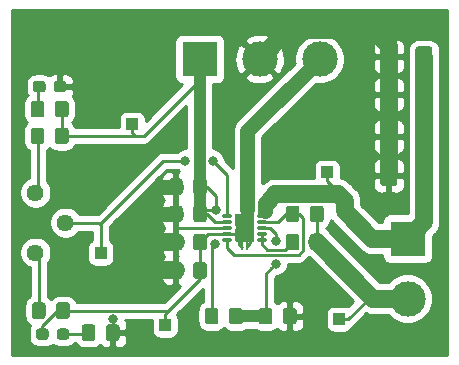
<source format=gbr>
G04 #@! TF.GenerationSoftware,KiCad,Pcbnew,(5.1.5)-2*
G04 #@! TF.CreationDate,2020-02-05T11:48:52+00:00*
G04 #@! TF.ProjectId,OPA1622_eval,4f504131-3632-4325-9f65-76616c2e6b69,rev?*
G04 #@! TF.SameCoordinates,Original*
G04 #@! TF.FileFunction,Copper,L1,Top*
G04 #@! TF.FilePolarity,Positive*
%FSLAX46Y46*%
G04 Gerber Fmt 4.6, Leading zero omitted, Abs format (unit mm)*
G04 Created by KiCad (PCBNEW (5.1.5)-2) date 2020-02-05 11:48:52*
%MOMM*%
%LPD*%
G04 APERTURE LIST*
%ADD10R,1.000000X1.000000*%
%ADD11C,0.100000*%
%ADD12O,0.850000X0.280000*%
%ADD13R,0.280000X0.280000*%
%ADD14R,0.680000X1.050000*%
%ADD15R,0.280000X0.700000*%
%ADD16R,0.260000X0.500000*%
%ADD17R,1.650000X2.400000*%
%ADD18C,0.600000*%
%ADD19C,1.440000*%
%ADD20R,3.000000X3.000000*%
%ADD21C,3.000000*%
%ADD22C,0.800000*%
%ADD23C,0.250000*%
%ADD24C,1.250000*%
%ADD25C,1.500000*%
%ADD26C,1.000000*%
%ADD27C,0.500000*%
%ADD28C,0.254000*%
G04 APERTURE END LIST*
D10*
X150495000Y-136271000D03*
X151511000Y-148717000D03*
X131318000Y-143129000D03*
X136779000Y-149225000D03*
X133985000Y-132207000D03*
G04 #@! TA.AperFunction,SMDPad,CuDef*
D11*
G36*
X130642505Y-149161204D02*
G01*
X130666773Y-149164804D01*
X130690572Y-149170765D01*
X130713671Y-149179030D01*
X130735850Y-149189520D01*
X130756893Y-149202132D01*
X130776599Y-149216747D01*
X130794777Y-149233223D01*
X130811253Y-149251401D01*
X130825868Y-149271107D01*
X130838480Y-149292150D01*
X130848970Y-149314329D01*
X130857235Y-149337428D01*
X130863196Y-149361227D01*
X130866796Y-149385495D01*
X130868000Y-149409999D01*
X130868000Y-150310001D01*
X130866796Y-150334505D01*
X130863196Y-150358773D01*
X130857235Y-150382572D01*
X130848970Y-150405671D01*
X130838480Y-150427850D01*
X130825868Y-150448893D01*
X130811253Y-150468599D01*
X130794777Y-150486777D01*
X130776599Y-150503253D01*
X130756893Y-150517868D01*
X130735850Y-150530480D01*
X130713671Y-150540970D01*
X130690572Y-150549235D01*
X130666773Y-150555196D01*
X130642505Y-150558796D01*
X130618001Y-150560000D01*
X129967999Y-150560000D01*
X129943495Y-150558796D01*
X129919227Y-150555196D01*
X129895428Y-150549235D01*
X129872329Y-150540970D01*
X129850150Y-150530480D01*
X129829107Y-150517868D01*
X129809401Y-150503253D01*
X129791223Y-150486777D01*
X129774747Y-150468599D01*
X129760132Y-150448893D01*
X129747520Y-150427850D01*
X129737030Y-150405671D01*
X129728765Y-150382572D01*
X129722804Y-150358773D01*
X129719204Y-150334505D01*
X129718000Y-150310001D01*
X129718000Y-149409999D01*
X129719204Y-149385495D01*
X129722804Y-149361227D01*
X129728765Y-149337428D01*
X129737030Y-149314329D01*
X129747520Y-149292150D01*
X129760132Y-149271107D01*
X129774747Y-149251401D01*
X129791223Y-149233223D01*
X129809401Y-149216747D01*
X129829107Y-149202132D01*
X129850150Y-149189520D01*
X129872329Y-149179030D01*
X129895428Y-149170765D01*
X129919227Y-149164804D01*
X129943495Y-149161204D01*
X129967999Y-149160000D01*
X130618001Y-149160000D01*
X130642505Y-149161204D01*
G37*
G04 #@! TD.AperFunction*
G04 #@! TA.AperFunction,SMDPad,CuDef*
G36*
X132692505Y-149161204D02*
G01*
X132716773Y-149164804D01*
X132740572Y-149170765D01*
X132763671Y-149179030D01*
X132785850Y-149189520D01*
X132806893Y-149202132D01*
X132826599Y-149216747D01*
X132844777Y-149233223D01*
X132861253Y-149251401D01*
X132875868Y-149271107D01*
X132888480Y-149292150D01*
X132898970Y-149314329D01*
X132907235Y-149337428D01*
X132913196Y-149361227D01*
X132916796Y-149385495D01*
X132918000Y-149409999D01*
X132918000Y-150310001D01*
X132916796Y-150334505D01*
X132913196Y-150358773D01*
X132907235Y-150382572D01*
X132898970Y-150405671D01*
X132888480Y-150427850D01*
X132875868Y-150448893D01*
X132861253Y-150468599D01*
X132844777Y-150486777D01*
X132826599Y-150503253D01*
X132806893Y-150517868D01*
X132785850Y-150530480D01*
X132763671Y-150540970D01*
X132740572Y-150549235D01*
X132716773Y-150555196D01*
X132692505Y-150558796D01*
X132668001Y-150560000D01*
X132017999Y-150560000D01*
X131993495Y-150558796D01*
X131969227Y-150555196D01*
X131945428Y-150549235D01*
X131922329Y-150540970D01*
X131900150Y-150530480D01*
X131879107Y-150517868D01*
X131859401Y-150503253D01*
X131841223Y-150486777D01*
X131824747Y-150468599D01*
X131810132Y-150448893D01*
X131797520Y-150427850D01*
X131787030Y-150405671D01*
X131778765Y-150382572D01*
X131772804Y-150358773D01*
X131769204Y-150334505D01*
X131768000Y-150310001D01*
X131768000Y-149409999D01*
X131769204Y-149385495D01*
X131772804Y-149361227D01*
X131778765Y-149337428D01*
X131787030Y-149314329D01*
X131797520Y-149292150D01*
X131810132Y-149271107D01*
X131824747Y-149251401D01*
X131841223Y-149233223D01*
X131859401Y-149216747D01*
X131879107Y-149202132D01*
X131900150Y-149189520D01*
X131922329Y-149179030D01*
X131945428Y-149170765D01*
X131969227Y-149164804D01*
X131993495Y-149161204D01*
X132017999Y-149160000D01*
X132668001Y-149160000D01*
X132692505Y-149161204D01*
G37*
G04 #@! TD.AperFunction*
G04 #@! TA.AperFunction,SMDPad,CuDef*
G36*
X126324505Y-130238204D02*
G01*
X126348773Y-130241804D01*
X126372572Y-130247765D01*
X126395671Y-130256030D01*
X126417850Y-130266520D01*
X126438893Y-130279132D01*
X126458599Y-130293747D01*
X126476777Y-130310223D01*
X126493253Y-130328401D01*
X126507868Y-130348107D01*
X126520480Y-130369150D01*
X126530970Y-130391329D01*
X126539235Y-130414428D01*
X126545196Y-130438227D01*
X126548796Y-130462495D01*
X126550000Y-130486999D01*
X126550000Y-131387001D01*
X126548796Y-131411505D01*
X126545196Y-131435773D01*
X126539235Y-131459572D01*
X126530970Y-131482671D01*
X126520480Y-131504850D01*
X126507868Y-131525893D01*
X126493253Y-131545599D01*
X126476777Y-131563777D01*
X126458599Y-131580253D01*
X126438893Y-131594868D01*
X126417850Y-131607480D01*
X126395671Y-131617970D01*
X126372572Y-131626235D01*
X126348773Y-131632196D01*
X126324505Y-131635796D01*
X126300001Y-131637000D01*
X125649999Y-131637000D01*
X125625495Y-131635796D01*
X125601227Y-131632196D01*
X125577428Y-131626235D01*
X125554329Y-131617970D01*
X125532150Y-131607480D01*
X125511107Y-131594868D01*
X125491401Y-131580253D01*
X125473223Y-131563777D01*
X125456747Y-131545599D01*
X125442132Y-131525893D01*
X125429520Y-131504850D01*
X125419030Y-131482671D01*
X125410765Y-131459572D01*
X125404804Y-131435773D01*
X125401204Y-131411505D01*
X125400000Y-131387001D01*
X125400000Y-130486999D01*
X125401204Y-130462495D01*
X125404804Y-130438227D01*
X125410765Y-130414428D01*
X125419030Y-130391329D01*
X125429520Y-130369150D01*
X125442132Y-130348107D01*
X125456747Y-130328401D01*
X125473223Y-130310223D01*
X125491401Y-130293747D01*
X125511107Y-130279132D01*
X125532150Y-130266520D01*
X125554329Y-130256030D01*
X125577428Y-130247765D01*
X125601227Y-130241804D01*
X125625495Y-130238204D01*
X125649999Y-130237000D01*
X126300001Y-130237000D01*
X126324505Y-130238204D01*
G37*
G04 #@! TD.AperFunction*
G04 #@! TA.AperFunction,SMDPad,CuDef*
G36*
X128374505Y-130238204D02*
G01*
X128398773Y-130241804D01*
X128422572Y-130247765D01*
X128445671Y-130256030D01*
X128467850Y-130266520D01*
X128488893Y-130279132D01*
X128508599Y-130293747D01*
X128526777Y-130310223D01*
X128543253Y-130328401D01*
X128557868Y-130348107D01*
X128570480Y-130369150D01*
X128580970Y-130391329D01*
X128589235Y-130414428D01*
X128595196Y-130438227D01*
X128598796Y-130462495D01*
X128600000Y-130486999D01*
X128600000Y-131387001D01*
X128598796Y-131411505D01*
X128595196Y-131435773D01*
X128589235Y-131459572D01*
X128580970Y-131482671D01*
X128570480Y-131504850D01*
X128557868Y-131525893D01*
X128543253Y-131545599D01*
X128526777Y-131563777D01*
X128508599Y-131580253D01*
X128488893Y-131594868D01*
X128467850Y-131607480D01*
X128445671Y-131617970D01*
X128422572Y-131626235D01*
X128398773Y-131632196D01*
X128374505Y-131635796D01*
X128350001Y-131637000D01*
X127699999Y-131637000D01*
X127675495Y-131635796D01*
X127651227Y-131632196D01*
X127627428Y-131626235D01*
X127604329Y-131617970D01*
X127582150Y-131607480D01*
X127561107Y-131594868D01*
X127541401Y-131580253D01*
X127523223Y-131563777D01*
X127506747Y-131545599D01*
X127492132Y-131525893D01*
X127479520Y-131504850D01*
X127469030Y-131482671D01*
X127460765Y-131459572D01*
X127454804Y-131435773D01*
X127451204Y-131411505D01*
X127450000Y-131387001D01*
X127450000Y-130486999D01*
X127451204Y-130462495D01*
X127454804Y-130438227D01*
X127460765Y-130414428D01*
X127469030Y-130391329D01*
X127479520Y-130369150D01*
X127492132Y-130348107D01*
X127506747Y-130328401D01*
X127523223Y-130310223D01*
X127541401Y-130293747D01*
X127561107Y-130279132D01*
X127582150Y-130266520D01*
X127604329Y-130256030D01*
X127627428Y-130247765D01*
X127651227Y-130241804D01*
X127675495Y-130238204D01*
X127699999Y-130237000D01*
X128350001Y-130237000D01*
X128374505Y-130238204D01*
G37*
G04 #@! TD.AperFunction*
G04 #@! TA.AperFunction,SMDPad,CuDef*
G36*
X147678505Y-147764204D02*
G01*
X147702773Y-147767804D01*
X147726572Y-147773765D01*
X147749671Y-147782030D01*
X147771850Y-147792520D01*
X147792893Y-147805132D01*
X147812599Y-147819747D01*
X147830777Y-147836223D01*
X147847253Y-147854401D01*
X147861868Y-147874107D01*
X147874480Y-147895150D01*
X147884970Y-147917329D01*
X147893235Y-147940428D01*
X147899196Y-147964227D01*
X147902796Y-147988495D01*
X147904000Y-148012999D01*
X147904000Y-148913001D01*
X147902796Y-148937505D01*
X147899196Y-148961773D01*
X147893235Y-148985572D01*
X147884970Y-149008671D01*
X147874480Y-149030850D01*
X147861868Y-149051893D01*
X147847253Y-149071599D01*
X147830777Y-149089777D01*
X147812599Y-149106253D01*
X147792893Y-149120868D01*
X147771850Y-149133480D01*
X147749671Y-149143970D01*
X147726572Y-149152235D01*
X147702773Y-149158196D01*
X147678505Y-149161796D01*
X147654001Y-149163000D01*
X147003999Y-149163000D01*
X146979495Y-149161796D01*
X146955227Y-149158196D01*
X146931428Y-149152235D01*
X146908329Y-149143970D01*
X146886150Y-149133480D01*
X146865107Y-149120868D01*
X146845401Y-149106253D01*
X146827223Y-149089777D01*
X146810747Y-149071599D01*
X146796132Y-149051893D01*
X146783520Y-149030850D01*
X146773030Y-149008671D01*
X146764765Y-148985572D01*
X146758804Y-148961773D01*
X146755204Y-148937505D01*
X146754000Y-148913001D01*
X146754000Y-148012999D01*
X146755204Y-147988495D01*
X146758804Y-147964227D01*
X146764765Y-147940428D01*
X146773030Y-147917329D01*
X146783520Y-147895150D01*
X146796132Y-147874107D01*
X146810747Y-147854401D01*
X146827223Y-147836223D01*
X146845401Y-147819747D01*
X146865107Y-147805132D01*
X146886150Y-147792520D01*
X146908329Y-147782030D01*
X146931428Y-147773765D01*
X146955227Y-147767804D01*
X146979495Y-147764204D01*
X147003999Y-147763000D01*
X147654001Y-147763000D01*
X147678505Y-147764204D01*
G37*
G04 #@! TD.AperFunction*
G04 #@! TA.AperFunction,SMDPad,CuDef*
G36*
X145628505Y-147764204D02*
G01*
X145652773Y-147767804D01*
X145676572Y-147773765D01*
X145699671Y-147782030D01*
X145721850Y-147792520D01*
X145742893Y-147805132D01*
X145762599Y-147819747D01*
X145780777Y-147836223D01*
X145797253Y-147854401D01*
X145811868Y-147874107D01*
X145824480Y-147895150D01*
X145834970Y-147917329D01*
X145843235Y-147940428D01*
X145849196Y-147964227D01*
X145852796Y-147988495D01*
X145854000Y-148012999D01*
X145854000Y-148913001D01*
X145852796Y-148937505D01*
X145849196Y-148961773D01*
X145843235Y-148985572D01*
X145834970Y-149008671D01*
X145824480Y-149030850D01*
X145811868Y-149051893D01*
X145797253Y-149071599D01*
X145780777Y-149089777D01*
X145762599Y-149106253D01*
X145742893Y-149120868D01*
X145721850Y-149133480D01*
X145699671Y-149143970D01*
X145676572Y-149152235D01*
X145652773Y-149158196D01*
X145628505Y-149161796D01*
X145604001Y-149163000D01*
X144953999Y-149163000D01*
X144929495Y-149161796D01*
X144905227Y-149158196D01*
X144881428Y-149152235D01*
X144858329Y-149143970D01*
X144836150Y-149133480D01*
X144815107Y-149120868D01*
X144795401Y-149106253D01*
X144777223Y-149089777D01*
X144760747Y-149071599D01*
X144746132Y-149051893D01*
X144733520Y-149030850D01*
X144723030Y-149008671D01*
X144714765Y-148985572D01*
X144708804Y-148961773D01*
X144705204Y-148937505D01*
X144704000Y-148913001D01*
X144704000Y-148012999D01*
X144705204Y-147988495D01*
X144708804Y-147964227D01*
X144714765Y-147940428D01*
X144723030Y-147917329D01*
X144733520Y-147895150D01*
X144746132Y-147874107D01*
X144760747Y-147854401D01*
X144777223Y-147836223D01*
X144795401Y-147819747D01*
X144815107Y-147805132D01*
X144836150Y-147792520D01*
X144858329Y-147782030D01*
X144881428Y-147773765D01*
X144905227Y-147767804D01*
X144929495Y-147764204D01*
X144953999Y-147763000D01*
X145604001Y-147763000D01*
X145628505Y-147764204D01*
G37*
G04 #@! TD.AperFunction*
G04 #@! TA.AperFunction,SMDPad,CuDef*
G36*
X143115505Y-147764204D02*
G01*
X143139773Y-147767804D01*
X143163572Y-147773765D01*
X143186671Y-147782030D01*
X143208850Y-147792520D01*
X143229893Y-147805132D01*
X143249599Y-147819747D01*
X143267777Y-147836223D01*
X143284253Y-147854401D01*
X143298868Y-147874107D01*
X143311480Y-147895150D01*
X143321970Y-147917329D01*
X143330235Y-147940428D01*
X143336196Y-147964227D01*
X143339796Y-147988495D01*
X143341000Y-148012999D01*
X143341000Y-148913001D01*
X143339796Y-148937505D01*
X143336196Y-148961773D01*
X143330235Y-148985572D01*
X143321970Y-149008671D01*
X143311480Y-149030850D01*
X143298868Y-149051893D01*
X143284253Y-149071599D01*
X143267777Y-149089777D01*
X143249599Y-149106253D01*
X143229893Y-149120868D01*
X143208850Y-149133480D01*
X143186671Y-149143970D01*
X143163572Y-149152235D01*
X143139773Y-149158196D01*
X143115505Y-149161796D01*
X143091001Y-149163000D01*
X142440999Y-149163000D01*
X142416495Y-149161796D01*
X142392227Y-149158196D01*
X142368428Y-149152235D01*
X142345329Y-149143970D01*
X142323150Y-149133480D01*
X142302107Y-149120868D01*
X142282401Y-149106253D01*
X142264223Y-149089777D01*
X142247747Y-149071599D01*
X142233132Y-149051893D01*
X142220520Y-149030850D01*
X142210030Y-149008671D01*
X142201765Y-148985572D01*
X142195804Y-148961773D01*
X142192204Y-148937505D01*
X142191000Y-148913001D01*
X142191000Y-148012999D01*
X142192204Y-147988495D01*
X142195804Y-147964227D01*
X142201765Y-147940428D01*
X142210030Y-147917329D01*
X142220520Y-147895150D01*
X142233132Y-147874107D01*
X142247747Y-147854401D01*
X142264223Y-147836223D01*
X142282401Y-147819747D01*
X142302107Y-147805132D01*
X142323150Y-147792520D01*
X142345329Y-147782030D01*
X142368428Y-147773765D01*
X142392227Y-147767804D01*
X142416495Y-147764204D01*
X142440999Y-147763000D01*
X143091001Y-147763000D01*
X143115505Y-147764204D01*
G37*
G04 #@! TD.AperFunction*
G04 #@! TA.AperFunction,SMDPad,CuDef*
G36*
X141065505Y-147764204D02*
G01*
X141089773Y-147767804D01*
X141113572Y-147773765D01*
X141136671Y-147782030D01*
X141158850Y-147792520D01*
X141179893Y-147805132D01*
X141199599Y-147819747D01*
X141217777Y-147836223D01*
X141234253Y-147854401D01*
X141248868Y-147874107D01*
X141261480Y-147895150D01*
X141271970Y-147917329D01*
X141280235Y-147940428D01*
X141286196Y-147964227D01*
X141289796Y-147988495D01*
X141291000Y-148012999D01*
X141291000Y-148913001D01*
X141289796Y-148937505D01*
X141286196Y-148961773D01*
X141280235Y-148985572D01*
X141271970Y-149008671D01*
X141261480Y-149030850D01*
X141248868Y-149051893D01*
X141234253Y-149071599D01*
X141217777Y-149089777D01*
X141199599Y-149106253D01*
X141179893Y-149120868D01*
X141158850Y-149133480D01*
X141136671Y-149143970D01*
X141113572Y-149152235D01*
X141089773Y-149158196D01*
X141065505Y-149161796D01*
X141041001Y-149163000D01*
X140390999Y-149163000D01*
X140366495Y-149161796D01*
X140342227Y-149158196D01*
X140318428Y-149152235D01*
X140295329Y-149143970D01*
X140273150Y-149133480D01*
X140252107Y-149120868D01*
X140232401Y-149106253D01*
X140214223Y-149089777D01*
X140197747Y-149071599D01*
X140183132Y-149051893D01*
X140170520Y-149030850D01*
X140160030Y-149008671D01*
X140151765Y-148985572D01*
X140145804Y-148961773D01*
X140142204Y-148937505D01*
X140141000Y-148913001D01*
X140141000Y-148012999D01*
X140142204Y-147988495D01*
X140145804Y-147964227D01*
X140151765Y-147940428D01*
X140160030Y-147917329D01*
X140170520Y-147895150D01*
X140183132Y-147874107D01*
X140197747Y-147854401D01*
X140214223Y-147836223D01*
X140232401Y-147819747D01*
X140252107Y-147805132D01*
X140273150Y-147792520D01*
X140295329Y-147782030D01*
X140318428Y-147773765D01*
X140342227Y-147767804D01*
X140366495Y-147764204D01*
X140390999Y-147763000D01*
X141041001Y-147763000D01*
X141065505Y-147764204D01*
G37*
G04 #@! TD.AperFunction*
G04 #@! TA.AperFunction,SMDPad,CuDef*
G36*
X128439779Y-149513144D02*
G01*
X128462834Y-149516563D01*
X128485443Y-149522227D01*
X128507387Y-149530079D01*
X128528457Y-149540044D01*
X128548448Y-149552026D01*
X128567168Y-149565910D01*
X128584438Y-149581562D01*
X128600090Y-149598832D01*
X128613974Y-149617552D01*
X128625956Y-149637543D01*
X128635921Y-149658613D01*
X128643773Y-149680557D01*
X128649437Y-149703166D01*
X128652856Y-149726221D01*
X128654000Y-149749500D01*
X128654000Y-150224500D01*
X128652856Y-150247779D01*
X128649437Y-150270834D01*
X128643773Y-150293443D01*
X128635921Y-150315387D01*
X128625956Y-150336457D01*
X128613974Y-150356448D01*
X128600090Y-150375168D01*
X128584438Y-150392438D01*
X128567168Y-150408090D01*
X128548448Y-150421974D01*
X128528457Y-150433956D01*
X128507387Y-150443921D01*
X128485443Y-150451773D01*
X128462834Y-150457437D01*
X128439779Y-150460856D01*
X128416500Y-150462000D01*
X127841500Y-150462000D01*
X127818221Y-150460856D01*
X127795166Y-150457437D01*
X127772557Y-150451773D01*
X127750613Y-150443921D01*
X127729543Y-150433956D01*
X127709552Y-150421974D01*
X127690832Y-150408090D01*
X127673562Y-150392438D01*
X127657910Y-150375168D01*
X127644026Y-150356448D01*
X127632044Y-150336457D01*
X127622079Y-150315387D01*
X127614227Y-150293443D01*
X127608563Y-150270834D01*
X127605144Y-150247779D01*
X127604000Y-150224500D01*
X127604000Y-149749500D01*
X127605144Y-149726221D01*
X127608563Y-149703166D01*
X127614227Y-149680557D01*
X127622079Y-149658613D01*
X127632044Y-149637543D01*
X127644026Y-149617552D01*
X127657910Y-149598832D01*
X127673562Y-149581562D01*
X127690832Y-149565910D01*
X127709552Y-149552026D01*
X127729543Y-149540044D01*
X127750613Y-149530079D01*
X127772557Y-149522227D01*
X127795166Y-149516563D01*
X127818221Y-149513144D01*
X127841500Y-149512000D01*
X128416500Y-149512000D01*
X128439779Y-149513144D01*
G37*
G04 #@! TD.AperFunction*
G04 #@! TA.AperFunction,SMDPad,CuDef*
G36*
X126689779Y-149513144D02*
G01*
X126712834Y-149516563D01*
X126735443Y-149522227D01*
X126757387Y-149530079D01*
X126778457Y-149540044D01*
X126798448Y-149552026D01*
X126817168Y-149565910D01*
X126834438Y-149581562D01*
X126850090Y-149598832D01*
X126863974Y-149617552D01*
X126875956Y-149637543D01*
X126885921Y-149658613D01*
X126893773Y-149680557D01*
X126899437Y-149703166D01*
X126902856Y-149726221D01*
X126904000Y-149749500D01*
X126904000Y-150224500D01*
X126902856Y-150247779D01*
X126899437Y-150270834D01*
X126893773Y-150293443D01*
X126885921Y-150315387D01*
X126875956Y-150336457D01*
X126863974Y-150356448D01*
X126850090Y-150375168D01*
X126834438Y-150392438D01*
X126817168Y-150408090D01*
X126798448Y-150421974D01*
X126778457Y-150433956D01*
X126757387Y-150443921D01*
X126735443Y-150451773D01*
X126712834Y-150457437D01*
X126689779Y-150460856D01*
X126666500Y-150462000D01*
X126091500Y-150462000D01*
X126068221Y-150460856D01*
X126045166Y-150457437D01*
X126022557Y-150451773D01*
X126000613Y-150443921D01*
X125979543Y-150433956D01*
X125959552Y-150421974D01*
X125940832Y-150408090D01*
X125923562Y-150392438D01*
X125907910Y-150375168D01*
X125894026Y-150356448D01*
X125882044Y-150336457D01*
X125872079Y-150315387D01*
X125864227Y-150293443D01*
X125858563Y-150270834D01*
X125855144Y-150247779D01*
X125854000Y-150224500D01*
X125854000Y-149749500D01*
X125855144Y-149726221D01*
X125858563Y-149703166D01*
X125864227Y-149680557D01*
X125872079Y-149658613D01*
X125882044Y-149637543D01*
X125894026Y-149617552D01*
X125907910Y-149598832D01*
X125923562Y-149581562D01*
X125940832Y-149565910D01*
X125959552Y-149552026D01*
X125979543Y-149540044D01*
X126000613Y-149530079D01*
X126022557Y-149522227D01*
X126045166Y-149516563D01*
X126068221Y-149513144D01*
X126091500Y-149512000D01*
X126666500Y-149512000D01*
X126689779Y-149513144D01*
G37*
G04 #@! TD.AperFunction*
G04 #@! TA.AperFunction,SMDPad,CuDef*
G36*
X126435779Y-128558144D02*
G01*
X126458834Y-128561563D01*
X126481443Y-128567227D01*
X126503387Y-128575079D01*
X126524457Y-128585044D01*
X126544448Y-128597026D01*
X126563168Y-128610910D01*
X126580438Y-128626562D01*
X126596090Y-128643832D01*
X126609974Y-128662552D01*
X126621956Y-128682543D01*
X126631921Y-128703613D01*
X126639773Y-128725557D01*
X126645437Y-128748166D01*
X126648856Y-128771221D01*
X126650000Y-128794500D01*
X126650000Y-129269500D01*
X126648856Y-129292779D01*
X126645437Y-129315834D01*
X126639773Y-129338443D01*
X126631921Y-129360387D01*
X126621956Y-129381457D01*
X126609974Y-129401448D01*
X126596090Y-129420168D01*
X126580438Y-129437438D01*
X126563168Y-129453090D01*
X126544448Y-129466974D01*
X126524457Y-129478956D01*
X126503387Y-129488921D01*
X126481443Y-129496773D01*
X126458834Y-129502437D01*
X126435779Y-129505856D01*
X126412500Y-129507000D01*
X125837500Y-129507000D01*
X125814221Y-129505856D01*
X125791166Y-129502437D01*
X125768557Y-129496773D01*
X125746613Y-129488921D01*
X125725543Y-129478956D01*
X125705552Y-129466974D01*
X125686832Y-129453090D01*
X125669562Y-129437438D01*
X125653910Y-129420168D01*
X125640026Y-129401448D01*
X125628044Y-129381457D01*
X125618079Y-129360387D01*
X125610227Y-129338443D01*
X125604563Y-129315834D01*
X125601144Y-129292779D01*
X125600000Y-129269500D01*
X125600000Y-128794500D01*
X125601144Y-128771221D01*
X125604563Y-128748166D01*
X125610227Y-128725557D01*
X125618079Y-128703613D01*
X125628044Y-128682543D01*
X125640026Y-128662552D01*
X125653910Y-128643832D01*
X125669562Y-128626562D01*
X125686832Y-128610910D01*
X125705552Y-128597026D01*
X125725543Y-128585044D01*
X125746613Y-128575079D01*
X125768557Y-128567227D01*
X125791166Y-128561563D01*
X125814221Y-128558144D01*
X125837500Y-128557000D01*
X126412500Y-128557000D01*
X126435779Y-128558144D01*
G37*
G04 #@! TD.AperFunction*
G04 #@! TA.AperFunction,SMDPad,CuDef*
G36*
X128185779Y-128558144D02*
G01*
X128208834Y-128561563D01*
X128231443Y-128567227D01*
X128253387Y-128575079D01*
X128274457Y-128585044D01*
X128294448Y-128597026D01*
X128313168Y-128610910D01*
X128330438Y-128626562D01*
X128346090Y-128643832D01*
X128359974Y-128662552D01*
X128371956Y-128682543D01*
X128381921Y-128703613D01*
X128389773Y-128725557D01*
X128395437Y-128748166D01*
X128398856Y-128771221D01*
X128400000Y-128794500D01*
X128400000Y-129269500D01*
X128398856Y-129292779D01*
X128395437Y-129315834D01*
X128389773Y-129338443D01*
X128381921Y-129360387D01*
X128371956Y-129381457D01*
X128359974Y-129401448D01*
X128346090Y-129420168D01*
X128330438Y-129437438D01*
X128313168Y-129453090D01*
X128294448Y-129466974D01*
X128274457Y-129478956D01*
X128253387Y-129488921D01*
X128231443Y-129496773D01*
X128208834Y-129502437D01*
X128185779Y-129505856D01*
X128162500Y-129507000D01*
X127587500Y-129507000D01*
X127564221Y-129505856D01*
X127541166Y-129502437D01*
X127518557Y-129496773D01*
X127496613Y-129488921D01*
X127475543Y-129478956D01*
X127455552Y-129466974D01*
X127436832Y-129453090D01*
X127419562Y-129437438D01*
X127403910Y-129420168D01*
X127390026Y-129401448D01*
X127378044Y-129381457D01*
X127368079Y-129360387D01*
X127360227Y-129338443D01*
X127354563Y-129315834D01*
X127351144Y-129292779D01*
X127350000Y-129269500D01*
X127350000Y-128794500D01*
X127351144Y-128771221D01*
X127354563Y-128748166D01*
X127360227Y-128725557D01*
X127368079Y-128703613D01*
X127378044Y-128682543D01*
X127390026Y-128662552D01*
X127403910Y-128643832D01*
X127419562Y-128626562D01*
X127436832Y-128610910D01*
X127455552Y-128597026D01*
X127475543Y-128585044D01*
X127496613Y-128575079D01*
X127518557Y-128567227D01*
X127541166Y-128561563D01*
X127564221Y-128558144D01*
X127587500Y-128557000D01*
X128162500Y-128557000D01*
X128185779Y-128558144D01*
G37*
G04 #@! TD.AperFunction*
D12*
X142025000Y-140000000D03*
X142025000Y-140500000D03*
D13*
X141740000Y-141000000D03*
D12*
X142025000Y-141500000D03*
D13*
X141740000Y-142000000D03*
D12*
X144975000Y-142000000D03*
X144975000Y-141500000D03*
D13*
X145260000Y-141000000D03*
X145260000Y-140500000D03*
X145260000Y-140000000D03*
D14*
X143050000Y-140365000D03*
D15*
X143250000Y-139450000D03*
D16*
X143250000Y-139370000D03*
D15*
X143750000Y-139450000D03*
X143250000Y-142550000D03*
X143750000Y-142550000D03*
D16*
X143750000Y-139370000D03*
X143250000Y-142630000D03*
X143750000Y-142630000D03*
D14*
X143950000Y-140365000D03*
X143050000Y-141635000D03*
X143950000Y-141635000D03*
D17*
X143500000Y-141000000D03*
D13*
X141740000Y-140000000D03*
X141740000Y-140500000D03*
D12*
X142025000Y-141000000D03*
D13*
X141740000Y-141500000D03*
D12*
X142025000Y-142000000D03*
D13*
X145260000Y-142000000D03*
X145260000Y-141500000D03*
D12*
X144975000Y-141000000D03*
X144975000Y-140500000D03*
X144975000Y-140000000D03*
D18*
X144000000Y-141750000D03*
X143500000Y-141000000D03*
X144000000Y-140250000D03*
X143000000Y-140250000D03*
X143000000Y-141750000D03*
D19*
X125800000Y-138000000D03*
X128340000Y-140540000D03*
X125800000Y-143080000D03*
G04 #@! TA.AperFunction,SMDPad,CuDef*
D11*
G36*
X156199504Y-132406204D02*
G01*
X156223773Y-132409804D01*
X156247571Y-132415765D01*
X156270671Y-132424030D01*
X156292849Y-132434520D01*
X156313893Y-132447133D01*
X156333598Y-132461747D01*
X156351777Y-132478223D01*
X156368253Y-132496402D01*
X156382867Y-132516107D01*
X156395480Y-132537151D01*
X156405970Y-132559329D01*
X156414235Y-132582429D01*
X156420196Y-132606227D01*
X156423796Y-132630496D01*
X156425000Y-132655000D01*
X156425000Y-133905000D01*
X156423796Y-133929504D01*
X156420196Y-133953773D01*
X156414235Y-133977571D01*
X156405970Y-134000671D01*
X156395480Y-134022849D01*
X156382867Y-134043893D01*
X156368253Y-134063598D01*
X156351777Y-134081777D01*
X156333598Y-134098253D01*
X156313893Y-134112867D01*
X156292849Y-134125480D01*
X156270671Y-134135970D01*
X156247571Y-134144235D01*
X156223773Y-134150196D01*
X156199504Y-134153796D01*
X156175000Y-134155000D01*
X155250000Y-134155000D01*
X155225496Y-134153796D01*
X155201227Y-134150196D01*
X155177429Y-134144235D01*
X155154329Y-134135970D01*
X155132151Y-134125480D01*
X155111107Y-134112867D01*
X155091402Y-134098253D01*
X155073223Y-134081777D01*
X155056747Y-134063598D01*
X155042133Y-134043893D01*
X155029520Y-134022849D01*
X155019030Y-134000671D01*
X155010765Y-133977571D01*
X155004804Y-133953773D01*
X155001204Y-133929504D01*
X155000000Y-133905000D01*
X155000000Y-132655000D01*
X155001204Y-132630496D01*
X155004804Y-132606227D01*
X155010765Y-132582429D01*
X155019030Y-132559329D01*
X155029520Y-132537151D01*
X155042133Y-132516107D01*
X155056747Y-132496402D01*
X155073223Y-132478223D01*
X155091402Y-132461747D01*
X155111107Y-132447133D01*
X155132151Y-132434520D01*
X155154329Y-132424030D01*
X155177429Y-132415765D01*
X155201227Y-132409804D01*
X155225496Y-132406204D01*
X155250000Y-132405000D01*
X156175000Y-132405000D01*
X156199504Y-132406204D01*
G37*
G04 #@! TD.AperFunction*
G04 #@! TA.AperFunction,SMDPad,CuDef*
G36*
X159174504Y-132406204D02*
G01*
X159198773Y-132409804D01*
X159222571Y-132415765D01*
X159245671Y-132424030D01*
X159267849Y-132434520D01*
X159288893Y-132447133D01*
X159308598Y-132461747D01*
X159326777Y-132478223D01*
X159343253Y-132496402D01*
X159357867Y-132516107D01*
X159370480Y-132537151D01*
X159380970Y-132559329D01*
X159389235Y-132582429D01*
X159395196Y-132606227D01*
X159398796Y-132630496D01*
X159400000Y-132655000D01*
X159400000Y-133905000D01*
X159398796Y-133929504D01*
X159395196Y-133953773D01*
X159389235Y-133977571D01*
X159380970Y-134000671D01*
X159370480Y-134022849D01*
X159357867Y-134043893D01*
X159343253Y-134063598D01*
X159326777Y-134081777D01*
X159308598Y-134098253D01*
X159288893Y-134112867D01*
X159267849Y-134125480D01*
X159245671Y-134135970D01*
X159222571Y-134144235D01*
X159198773Y-134150196D01*
X159174504Y-134153796D01*
X159150000Y-134155000D01*
X158225000Y-134155000D01*
X158200496Y-134153796D01*
X158176227Y-134150196D01*
X158152429Y-134144235D01*
X158129329Y-134135970D01*
X158107151Y-134125480D01*
X158086107Y-134112867D01*
X158066402Y-134098253D01*
X158048223Y-134081777D01*
X158031747Y-134063598D01*
X158017133Y-134043893D01*
X158004520Y-134022849D01*
X157994030Y-134000671D01*
X157985765Y-133977571D01*
X157979804Y-133953773D01*
X157976204Y-133929504D01*
X157975000Y-133905000D01*
X157975000Y-132655000D01*
X157976204Y-132630496D01*
X157979804Y-132606227D01*
X157985765Y-132582429D01*
X157994030Y-132559329D01*
X158004520Y-132537151D01*
X158017133Y-132516107D01*
X158031747Y-132496402D01*
X158048223Y-132478223D01*
X158066402Y-132461747D01*
X158086107Y-132447133D01*
X158107151Y-132434520D01*
X158129329Y-132424030D01*
X158152429Y-132415765D01*
X158176227Y-132409804D01*
X158200496Y-132406204D01*
X158225000Y-132405000D01*
X159150000Y-132405000D01*
X159174504Y-132406204D01*
G37*
G04 #@! TD.AperFunction*
G04 #@! TA.AperFunction,SMDPad,CuDef*
G36*
X156199504Y-128826204D02*
G01*
X156223773Y-128829804D01*
X156247571Y-128835765D01*
X156270671Y-128844030D01*
X156292849Y-128854520D01*
X156313893Y-128867133D01*
X156333598Y-128881747D01*
X156351777Y-128898223D01*
X156368253Y-128916402D01*
X156382867Y-128936107D01*
X156395480Y-128957151D01*
X156405970Y-128979329D01*
X156414235Y-129002429D01*
X156420196Y-129026227D01*
X156423796Y-129050496D01*
X156425000Y-129075000D01*
X156425000Y-130325000D01*
X156423796Y-130349504D01*
X156420196Y-130373773D01*
X156414235Y-130397571D01*
X156405970Y-130420671D01*
X156395480Y-130442849D01*
X156382867Y-130463893D01*
X156368253Y-130483598D01*
X156351777Y-130501777D01*
X156333598Y-130518253D01*
X156313893Y-130532867D01*
X156292849Y-130545480D01*
X156270671Y-130555970D01*
X156247571Y-130564235D01*
X156223773Y-130570196D01*
X156199504Y-130573796D01*
X156175000Y-130575000D01*
X155250000Y-130575000D01*
X155225496Y-130573796D01*
X155201227Y-130570196D01*
X155177429Y-130564235D01*
X155154329Y-130555970D01*
X155132151Y-130545480D01*
X155111107Y-130532867D01*
X155091402Y-130518253D01*
X155073223Y-130501777D01*
X155056747Y-130483598D01*
X155042133Y-130463893D01*
X155029520Y-130442849D01*
X155019030Y-130420671D01*
X155010765Y-130397571D01*
X155004804Y-130373773D01*
X155001204Y-130349504D01*
X155000000Y-130325000D01*
X155000000Y-129075000D01*
X155001204Y-129050496D01*
X155004804Y-129026227D01*
X155010765Y-129002429D01*
X155019030Y-128979329D01*
X155029520Y-128957151D01*
X155042133Y-128936107D01*
X155056747Y-128916402D01*
X155073223Y-128898223D01*
X155091402Y-128881747D01*
X155111107Y-128867133D01*
X155132151Y-128854520D01*
X155154329Y-128844030D01*
X155177429Y-128835765D01*
X155201227Y-128829804D01*
X155225496Y-128826204D01*
X155250000Y-128825000D01*
X156175000Y-128825000D01*
X156199504Y-128826204D01*
G37*
G04 #@! TD.AperFunction*
G04 #@! TA.AperFunction,SMDPad,CuDef*
G36*
X159174504Y-128826204D02*
G01*
X159198773Y-128829804D01*
X159222571Y-128835765D01*
X159245671Y-128844030D01*
X159267849Y-128854520D01*
X159288893Y-128867133D01*
X159308598Y-128881747D01*
X159326777Y-128898223D01*
X159343253Y-128916402D01*
X159357867Y-128936107D01*
X159370480Y-128957151D01*
X159380970Y-128979329D01*
X159389235Y-129002429D01*
X159395196Y-129026227D01*
X159398796Y-129050496D01*
X159400000Y-129075000D01*
X159400000Y-130325000D01*
X159398796Y-130349504D01*
X159395196Y-130373773D01*
X159389235Y-130397571D01*
X159380970Y-130420671D01*
X159370480Y-130442849D01*
X159357867Y-130463893D01*
X159343253Y-130483598D01*
X159326777Y-130501777D01*
X159308598Y-130518253D01*
X159288893Y-130532867D01*
X159267849Y-130545480D01*
X159245671Y-130555970D01*
X159222571Y-130564235D01*
X159198773Y-130570196D01*
X159174504Y-130573796D01*
X159150000Y-130575000D01*
X158225000Y-130575000D01*
X158200496Y-130573796D01*
X158176227Y-130570196D01*
X158152429Y-130564235D01*
X158129329Y-130555970D01*
X158107151Y-130545480D01*
X158086107Y-130532867D01*
X158066402Y-130518253D01*
X158048223Y-130501777D01*
X158031747Y-130483598D01*
X158017133Y-130463893D01*
X158004520Y-130442849D01*
X157994030Y-130420671D01*
X157985765Y-130397571D01*
X157979804Y-130373773D01*
X157976204Y-130349504D01*
X157975000Y-130325000D01*
X157975000Y-129075000D01*
X157976204Y-129050496D01*
X157979804Y-129026227D01*
X157985765Y-129002429D01*
X157994030Y-128979329D01*
X158004520Y-128957151D01*
X158017133Y-128936107D01*
X158031747Y-128916402D01*
X158048223Y-128898223D01*
X158066402Y-128881747D01*
X158086107Y-128867133D01*
X158107151Y-128854520D01*
X158129329Y-128844030D01*
X158152429Y-128835765D01*
X158176227Y-128829804D01*
X158200496Y-128826204D01*
X158225000Y-128825000D01*
X159150000Y-128825000D01*
X159174504Y-128826204D01*
G37*
G04 #@! TD.AperFunction*
G04 #@! TA.AperFunction,SMDPad,CuDef*
G36*
X156199504Y-125626204D02*
G01*
X156223773Y-125629804D01*
X156247571Y-125635765D01*
X156270671Y-125644030D01*
X156292849Y-125654520D01*
X156313893Y-125667133D01*
X156333598Y-125681747D01*
X156351777Y-125698223D01*
X156368253Y-125716402D01*
X156382867Y-125736107D01*
X156395480Y-125757151D01*
X156405970Y-125779329D01*
X156414235Y-125802429D01*
X156420196Y-125826227D01*
X156423796Y-125850496D01*
X156425000Y-125875000D01*
X156425000Y-127125000D01*
X156423796Y-127149504D01*
X156420196Y-127173773D01*
X156414235Y-127197571D01*
X156405970Y-127220671D01*
X156395480Y-127242849D01*
X156382867Y-127263893D01*
X156368253Y-127283598D01*
X156351777Y-127301777D01*
X156333598Y-127318253D01*
X156313893Y-127332867D01*
X156292849Y-127345480D01*
X156270671Y-127355970D01*
X156247571Y-127364235D01*
X156223773Y-127370196D01*
X156199504Y-127373796D01*
X156175000Y-127375000D01*
X155250000Y-127375000D01*
X155225496Y-127373796D01*
X155201227Y-127370196D01*
X155177429Y-127364235D01*
X155154329Y-127355970D01*
X155132151Y-127345480D01*
X155111107Y-127332867D01*
X155091402Y-127318253D01*
X155073223Y-127301777D01*
X155056747Y-127283598D01*
X155042133Y-127263893D01*
X155029520Y-127242849D01*
X155019030Y-127220671D01*
X155010765Y-127197571D01*
X155004804Y-127173773D01*
X155001204Y-127149504D01*
X155000000Y-127125000D01*
X155000000Y-125875000D01*
X155001204Y-125850496D01*
X155004804Y-125826227D01*
X155010765Y-125802429D01*
X155019030Y-125779329D01*
X155029520Y-125757151D01*
X155042133Y-125736107D01*
X155056747Y-125716402D01*
X155073223Y-125698223D01*
X155091402Y-125681747D01*
X155111107Y-125667133D01*
X155132151Y-125654520D01*
X155154329Y-125644030D01*
X155177429Y-125635765D01*
X155201227Y-125629804D01*
X155225496Y-125626204D01*
X155250000Y-125625000D01*
X156175000Y-125625000D01*
X156199504Y-125626204D01*
G37*
G04 #@! TD.AperFunction*
G04 #@! TA.AperFunction,SMDPad,CuDef*
G36*
X159174504Y-125626204D02*
G01*
X159198773Y-125629804D01*
X159222571Y-125635765D01*
X159245671Y-125644030D01*
X159267849Y-125654520D01*
X159288893Y-125667133D01*
X159308598Y-125681747D01*
X159326777Y-125698223D01*
X159343253Y-125716402D01*
X159357867Y-125736107D01*
X159370480Y-125757151D01*
X159380970Y-125779329D01*
X159389235Y-125802429D01*
X159395196Y-125826227D01*
X159398796Y-125850496D01*
X159400000Y-125875000D01*
X159400000Y-127125000D01*
X159398796Y-127149504D01*
X159395196Y-127173773D01*
X159389235Y-127197571D01*
X159380970Y-127220671D01*
X159370480Y-127242849D01*
X159357867Y-127263893D01*
X159343253Y-127283598D01*
X159326777Y-127301777D01*
X159308598Y-127318253D01*
X159288893Y-127332867D01*
X159267849Y-127345480D01*
X159245671Y-127355970D01*
X159222571Y-127364235D01*
X159198773Y-127370196D01*
X159174504Y-127373796D01*
X159150000Y-127375000D01*
X158225000Y-127375000D01*
X158200496Y-127373796D01*
X158176227Y-127370196D01*
X158152429Y-127364235D01*
X158129329Y-127355970D01*
X158107151Y-127345480D01*
X158086107Y-127332867D01*
X158066402Y-127318253D01*
X158048223Y-127301777D01*
X158031747Y-127283598D01*
X158017133Y-127263893D01*
X158004520Y-127242849D01*
X157994030Y-127220671D01*
X157985765Y-127197571D01*
X157979804Y-127173773D01*
X157976204Y-127149504D01*
X157975000Y-127125000D01*
X157975000Y-125875000D01*
X157976204Y-125850496D01*
X157979804Y-125826227D01*
X157985765Y-125802429D01*
X157994030Y-125779329D01*
X158004520Y-125757151D01*
X158017133Y-125736107D01*
X158031747Y-125716402D01*
X158048223Y-125698223D01*
X158066402Y-125681747D01*
X158086107Y-125667133D01*
X158107151Y-125654520D01*
X158129329Y-125644030D01*
X158152429Y-125635765D01*
X158176227Y-125629804D01*
X158200496Y-125626204D01*
X158225000Y-125625000D01*
X159150000Y-125625000D01*
X159174504Y-125626204D01*
G37*
G04 #@! TD.AperFunction*
G04 #@! TA.AperFunction,SMDPad,CuDef*
G36*
X156199504Y-135696204D02*
G01*
X156223773Y-135699804D01*
X156247571Y-135705765D01*
X156270671Y-135714030D01*
X156292849Y-135724520D01*
X156313893Y-135737133D01*
X156333598Y-135751747D01*
X156351777Y-135768223D01*
X156368253Y-135786402D01*
X156382867Y-135806107D01*
X156395480Y-135827151D01*
X156405970Y-135849329D01*
X156414235Y-135872429D01*
X156420196Y-135896227D01*
X156423796Y-135920496D01*
X156425000Y-135945000D01*
X156425000Y-137195000D01*
X156423796Y-137219504D01*
X156420196Y-137243773D01*
X156414235Y-137267571D01*
X156405970Y-137290671D01*
X156395480Y-137312849D01*
X156382867Y-137333893D01*
X156368253Y-137353598D01*
X156351777Y-137371777D01*
X156333598Y-137388253D01*
X156313893Y-137402867D01*
X156292849Y-137415480D01*
X156270671Y-137425970D01*
X156247571Y-137434235D01*
X156223773Y-137440196D01*
X156199504Y-137443796D01*
X156175000Y-137445000D01*
X155250000Y-137445000D01*
X155225496Y-137443796D01*
X155201227Y-137440196D01*
X155177429Y-137434235D01*
X155154329Y-137425970D01*
X155132151Y-137415480D01*
X155111107Y-137402867D01*
X155091402Y-137388253D01*
X155073223Y-137371777D01*
X155056747Y-137353598D01*
X155042133Y-137333893D01*
X155029520Y-137312849D01*
X155019030Y-137290671D01*
X155010765Y-137267571D01*
X155004804Y-137243773D01*
X155001204Y-137219504D01*
X155000000Y-137195000D01*
X155000000Y-135945000D01*
X155001204Y-135920496D01*
X155004804Y-135896227D01*
X155010765Y-135872429D01*
X155019030Y-135849329D01*
X155029520Y-135827151D01*
X155042133Y-135806107D01*
X155056747Y-135786402D01*
X155073223Y-135768223D01*
X155091402Y-135751747D01*
X155111107Y-135737133D01*
X155132151Y-135724520D01*
X155154329Y-135714030D01*
X155177429Y-135705765D01*
X155201227Y-135699804D01*
X155225496Y-135696204D01*
X155250000Y-135695000D01*
X156175000Y-135695000D01*
X156199504Y-135696204D01*
G37*
G04 #@! TD.AperFunction*
G04 #@! TA.AperFunction,SMDPad,CuDef*
G36*
X159174504Y-135696204D02*
G01*
X159198773Y-135699804D01*
X159222571Y-135705765D01*
X159245671Y-135714030D01*
X159267849Y-135724520D01*
X159288893Y-135737133D01*
X159308598Y-135751747D01*
X159326777Y-135768223D01*
X159343253Y-135786402D01*
X159357867Y-135806107D01*
X159370480Y-135827151D01*
X159380970Y-135849329D01*
X159389235Y-135872429D01*
X159395196Y-135896227D01*
X159398796Y-135920496D01*
X159400000Y-135945000D01*
X159400000Y-137195000D01*
X159398796Y-137219504D01*
X159395196Y-137243773D01*
X159389235Y-137267571D01*
X159380970Y-137290671D01*
X159370480Y-137312849D01*
X159357867Y-137333893D01*
X159343253Y-137353598D01*
X159326777Y-137371777D01*
X159308598Y-137388253D01*
X159288893Y-137402867D01*
X159267849Y-137415480D01*
X159245671Y-137425970D01*
X159222571Y-137434235D01*
X159198773Y-137440196D01*
X159174504Y-137443796D01*
X159150000Y-137445000D01*
X158225000Y-137445000D01*
X158200496Y-137443796D01*
X158176227Y-137440196D01*
X158152429Y-137434235D01*
X158129329Y-137425970D01*
X158107151Y-137415480D01*
X158086107Y-137402867D01*
X158066402Y-137388253D01*
X158048223Y-137371777D01*
X158031747Y-137353598D01*
X158017133Y-137333893D01*
X158004520Y-137312849D01*
X157994030Y-137290671D01*
X157985765Y-137267571D01*
X157979804Y-137243773D01*
X157976204Y-137219504D01*
X157975000Y-137195000D01*
X157975000Y-135945000D01*
X157976204Y-135920496D01*
X157979804Y-135896227D01*
X157985765Y-135872429D01*
X157994030Y-135849329D01*
X158004520Y-135827151D01*
X158017133Y-135806107D01*
X158031747Y-135786402D01*
X158048223Y-135768223D01*
X158066402Y-135751747D01*
X158086107Y-135737133D01*
X158107151Y-135724520D01*
X158129329Y-135714030D01*
X158152429Y-135705765D01*
X158176227Y-135699804D01*
X158200496Y-135696204D01*
X158225000Y-135695000D01*
X159150000Y-135695000D01*
X159174504Y-135696204D01*
G37*
G04 #@! TD.AperFunction*
G04 #@! TA.AperFunction,SMDPad,CuDef*
G36*
X149974505Y-141501204D02*
G01*
X149998773Y-141504804D01*
X150022572Y-141510765D01*
X150045671Y-141519030D01*
X150067850Y-141529520D01*
X150088893Y-141542132D01*
X150108599Y-141556747D01*
X150126777Y-141573223D01*
X150143253Y-141591401D01*
X150157868Y-141611107D01*
X150170480Y-141632150D01*
X150180970Y-141654329D01*
X150189235Y-141677428D01*
X150195196Y-141701227D01*
X150198796Y-141725495D01*
X150200000Y-141749999D01*
X150200000Y-142650001D01*
X150198796Y-142674505D01*
X150195196Y-142698773D01*
X150189235Y-142722572D01*
X150180970Y-142745671D01*
X150170480Y-142767850D01*
X150157868Y-142788893D01*
X150143253Y-142808599D01*
X150126777Y-142826777D01*
X150108599Y-142843253D01*
X150088893Y-142857868D01*
X150067850Y-142870480D01*
X150045671Y-142880970D01*
X150022572Y-142889235D01*
X149998773Y-142895196D01*
X149974505Y-142898796D01*
X149950001Y-142900000D01*
X149299999Y-142900000D01*
X149275495Y-142898796D01*
X149251227Y-142895196D01*
X149227428Y-142889235D01*
X149204329Y-142880970D01*
X149182150Y-142870480D01*
X149161107Y-142857868D01*
X149141401Y-142843253D01*
X149123223Y-142826777D01*
X149106747Y-142808599D01*
X149092132Y-142788893D01*
X149079520Y-142767850D01*
X149069030Y-142745671D01*
X149060765Y-142722572D01*
X149054804Y-142698773D01*
X149051204Y-142674505D01*
X149050000Y-142650001D01*
X149050000Y-141749999D01*
X149051204Y-141725495D01*
X149054804Y-141701227D01*
X149060765Y-141677428D01*
X149069030Y-141654329D01*
X149079520Y-141632150D01*
X149092132Y-141611107D01*
X149106747Y-141591401D01*
X149123223Y-141573223D01*
X149141401Y-141556747D01*
X149161107Y-141542132D01*
X149182150Y-141529520D01*
X149204329Y-141519030D01*
X149227428Y-141510765D01*
X149251227Y-141504804D01*
X149275495Y-141501204D01*
X149299999Y-141500000D01*
X149950001Y-141500000D01*
X149974505Y-141501204D01*
G37*
G04 #@! TD.AperFunction*
G04 #@! TA.AperFunction,SMDPad,CuDef*
G36*
X147924505Y-141501204D02*
G01*
X147948773Y-141504804D01*
X147972572Y-141510765D01*
X147995671Y-141519030D01*
X148017850Y-141529520D01*
X148038893Y-141542132D01*
X148058599Y-141556747D01*
X148076777Y-141573223D01*
X148093253Y-141591401D01*
X148107868Y-141611107D01*
X148120480Y-141632150D01*
X148130970Y-141654329D01*
X148139235Y-141677428D01*
X148145196Y-141701227D01*
X148148796Y-141725495D01*
X148150000Y-141749999D01*
X148150000Y-142650001D01*
X148148796Y-142674505D01*
X148145196Y-142698773D01*
X148139235Y-142722572D01*
X148130970Y-142745671D01*
X148120480Y-142767850D01*
X148107868Y-142788893D01*
X148093253Y-142808599D01*
X148076777Y-142826777D01*
X148058599Y-142843253D01*
X148038893Y-142857868D01*
X148017850Y-142870480D01*
X147995671Y-142880970D01*
X147972572Y-142889235D01*
X147948773Y-142895196D01*
X147924505Y-142898796D01*
X147900001Y-142900000D01*
X147249999Y-142900000D01*
X147225495Y-142898796D01*
X147201227Y-142895196D01*
X147177428Y-142889235D01*
X147154329Y-142880970D01*
X147132150Y-142870480D01*
X147111107Y-142857868D01*
X147091401Y-142843253D01*
X147073223Y-142826777D01*
X147056747Y-142808599D01*
X147042132Y-142788893D01*
X147029520Y-142767850D01*
X147019030Y-142745671D01*
X147010765Y-142722572D01*
X147004804Y-142698773D01*
X147001204Y-142674505D01*
X147000000Y-142650001D01*
X147000000Y-141749999D01*
X147001204Y-141725495D01*
X147004804Y-141701227D01*
X147010765Y-141677428D01*
X147019030Y-141654329D01*
X147029520Y-141632150D01*
X147042132Y-141611107D01*
X147056747Y-141591401D01*
X147073223Y-141573223D01*
X147091401Y-141556747D01*
X147111107Y-141542132D01*
X147132150Y-141529520D01*
X147154329Y-141519030D01*
X147177428Y-141510765D01*
X147201227Y-141504804D01*
X147225495Y-141501204D01*
X147249999Y-141500000D01*
X147900001Y-141500000D01*
X147924505Y-141501204D01*
G37*
G04 #@! TD.AperFunction*
G04 #@! TA.AperFunction,SMDPad,CuDef*
G36*
X149974505Y-139101204D02*
G01*
X149998773Y-139104804D01*
X150022572Y-139110765D01*
X150045671Y-139119030D01*
X150067850Y-139129520D01*
X150088893Y-139142132D01*
X150108599Y-139156747D01*
X150126777Y-139173223D01*
X150143253Y-139191401D01*
X150157868Y-139211107D01*
X150170480Y-139232150D01*
X150180970Y-139254329D01*
X150189235Y-139277428D01*
X150195196Y-139301227D01*
X150198796Y-139325495D01*
X150200000Y-139349999D01*
X150200000Y-140250001D01*
X150198796Y-140274505D01*
X150195196Y-140298773D01*
X150189235Y-140322572D01*
X150180970Y-140345671D01*
X150170480Y-140367850D01*
X150157868Y-140388893D01*
X150143253Y-140408599D01*
X150126777Y-140426777D01*
X150108599Y-140443253D01*
X150088893Y-140457868D01*
X150067850Y-140470480D01*
X150045671Y-140480970D01*
X150022572Y-140489235D01*
X149998773Y-140495196D01*
X149974505Y-140498796D01*
X149950001Y-140500000D01*
X149299999Y-140500000D01*
X149275495Y-140498796D01*
X149251227Y-140495196D01*
X149227428Y-140489235D01*
X149204329Y-140480970D01*
X149182150Y-140470480D01*
X149161107Y-140457868D01*
X149141401Y-140443253D01*
X149123223Y-140426777D01*
X149106747Y-140408599D01*
X149092132Y-140388893D01*
X149079520Y-140367850D01*
X149069030Y-140345671D01*
X149060765Y-140322572D01*
X149054804Y-140298773D01*
X149051204Y-140274505D01*
X149050000Y-140250001D01*
X149050000Y-139349999D01*
X149051204Y-139325495D01*
X149054804Y-139301227D01*
X149060765Y-139277428D01*
X149069030Y-139254329D01*
X149079520Y-139232150D01*
X149092132Y-139211107D01*
X149106747Y-139191401D01*
X149123223Y-139173223D01*
X149141401Y-139156747D01*
X149161107Y-139142132D01*
X149182150Y-139129520D01*
X149204329Y-139119030D01*
X149227428Y-139110765D01*
X149251227Y-139104804D01*
X149275495Y-139101204D01*
X149299999Y-139100000D01*
X149950001Y-139100000D01*
X149974505Y-139101204D01*
G37*
G04 #@! TD.AperFunction*
G04 #@! TA.AperFunction,SMDPad,CuDef*
G36*
X147924505Y-139101204D02*
G01*
X147948773Y-139104804D01*
X147972572Y-139110765D01*
X147995671Y-139119030D01*
X148017850Y-139129520D01*
X148038893Y-139142132D01*
X148058599Y-139156747D01*
X148076777Y-139173223D01*
X148093253Y-139191401D01*
X148107868Y-139211107D01*
X148120480Y-139232150D01*
X148130970Y-139254329D01*
X148139235Y-139277428D01*
X148145196Y-139301227D01*
X148148796Y-139325495D01*
X148150000Y-139349999D01*
X148150000Y-140250001D01*
X148148796Y-140274505D01*
X148145196Y-140298773D01*
X148139235Y-140322572D01*
X148130970Y-140345671D01*
X148120480Y-140367850D01*
X148107868Y-140388893D01*
X148093253Y-140408599D01*
X148076777Y-140426777D01*
X148058599Y-140443253D01*
X148038893Y-140457868D01*
X148017850Y-140470480D01*
X147995671Y-140480970D01*
X147972572Y-140489235D01*
X147948773Y-140495196D01*
X147924505Y-140498796D01*
X147900001Y-140500000D01*
X147249999Y-140500000D01*
X147225495Y-140498796D01*
X147201227Y-140495196D01*
X147177428Y-140489235D01*
X147154329Y-140480970D01*
X147132150Y-140470480D01*
X147111107Y-140457868D01*
X147091401Y-140443253D01*
X147073223Y-140426777D01*
X147056747Y-140408599D01*
X147042132Y-140388893D01*
X147029520Y-140367850D01*
X147019030Y-140345671D01*
X147010765Y-140322572D01*
X147004804Y-140298773D01*
X147001204Y-140274505D01*
X147000000Y-140250001D01*
X147000000Y-139349999D01*
X147001204Y-139325495D01*
X147004804Y-139301227D01*
X147010765Y-139277428D01*
X147019030Y-139254329D01*
X147029520Y-139232150D01*
X147042132Y-139211107D01*
X147056747Y-139191401D01*
X147073223Y-139173223D01*
X147091401Y-139156747D01*
X147111107Y-139142132D01*
X147132150Y-139129520D01*
X147154329Y-139119030D01*
X147177428Y-139110765D01*
X147201227Y-139104804D01*
X147225495Y-139101204D01*
X147249999Y-139100000D01*
X147900001Y-139100000D01*
X147924505Y-139101204D01*
G37*
G04 #@! TD.AperFunction*
G04 #@! TA.AperFunction,SMDPad,CuDef*
G36*
X126424505Y-147301204D02*
G01*
X126448773Y-147304804D01*
X126472572Y-147310765D01*
X126495671Y-147319030D01*
X126517850Y-147329520D01*
X126538893Y-147342132D01*
X126558599Y-147356747D01*
X126576777Y-147373223D01*
X126593253Y-147391401D01*
X126607868Y-147411107D01*
X126620480Y-147432150D01*
X126630970Y-147454329D01*
X126639235Y-147477428D01*
X126645196Y-147501227D01*
X126648796Y-147525495D01*
X126650000Y-147549999D01*
X126650000Y-148450001D01*
X126648796Y-148474505D01*
X126645196Y-148498773D01*
X126639235Y-148522572D01*
X126630970Y-148545671D01*
X126620480Y-148567850D01*
X126607868Y-148588893D01*
X126593253Y-148608599D01*
X126576777Y-148626777D01*
X126558599Y-148643253D01*
X126538893Y-148657868D01*
X126517850Y-148670480D01*
X126495671Y-148680970D01*
X126472572Y-148689235D01*
X126448773Y-148695196D01*
X126424505Y-148698796D01*
X126400001Y-148700000D01*
X125749999Y-148700000D01*
X125725495Y-148698796D01*
X125701227Y-148695196D01*
X125677428Y-148689235D01*
X125654329Y-148680970D01*
X125632150Y-148670480D01*
X125611107Y-148657868D01*
X125591401Y-148643253D01*
X125573223Y-148626777D01*
X125556747Y-148608599D01*
X125542132Y-148588893D01*
X125529520Y-148567850D01*
X125519030Y-148545671D01*
X125510765Y-148522572D01*
X125504804Y-148498773D01*
X125501204Y-148474505D01*
X125500000Y-148450001D01*
X125500000Y-147549999D01*
X125501204Y-147525495D01*
X125504804Y-147501227D01*
X125510765Y-147477428D01*
X125519030Y-147454329D01*
X125529520Y-147432150D01*
X125542132Y-147411107D01*
X125556747Y-147391401D01*
X125573223Y-147373223D01*
X125591401Y-147356747D01*
X125611107Y-147342132D01*
X125632150Y-147329520D01*
X125654329Y-147319030D01*
X125677428Y-147310765D01*
X125701227Y-147304804D01*
X125725495Y-147301204D01*
X125749999Y-147300000D01*
X126400001Y-147300000D01*
X126424505Y-147301204D01*
G37*
G04 #@! TD.AperFunction*
G04 #@! TA.AperFunction,SMDPad,CuDef*
G36*
X128474505Y-147301204D02*
G01*
X128498773Y-147304804D01*
X128522572Y-147310765D01*
X128545671Y-147319030D01*
X128567850Y-147329520D01*
X128588893Y-147342132D01*
X128608599Y-147356747D01*
X128626777Y-147373223D01*
X128643253Y-147391401D01*
X128657868Y-147411107D01*
X128670480Y-147432150D01*
X128680970Y-147454329D01*
X128689235Y-147477428D01*
X128695196Y-147501227D01*
X128698796Y-147525495D01*
X128700000Y-147549999D01*
X128700000Y-148450001D01*
X128698796Y-148474505D01*
X128695196Y-148498773D01*
X128689235Y-148522572D01*
X128680970Y-148545671D01*
X128670480Y-148567850D01*
X128657868Y-148588893D01*
X128643253Y-148608599D01*
X128626777Y-148626777D01*
X128608599Y-148643253D01*
X128588893Y-148657868D01*
X128567850Y-148670480D01*
X128545671Y-148680970D01*
X128522572Y-148689235D01*
X128498773Y-148695196D01*
X128474505Y-148698796D01*
X128450001Y-148700000D01*
X127799999Y-148700000D01*
X127775495Y-148698796D01*
X127751227Y-148695196D01*
X127727428Y-148689235D01*
X127704329Y-148680970D01*
X127682150Y-148670480D01*
X127661107Y-148657868D01*
X127641401Y-148643253D01*
X127623223Y-148626777D01*
X127606747Y-148608599D01*
X127592132Y-148588893D01*
X127579520Y-148567850D01*
X127569030Y-148545671D01*
X127560765Y-148522572D01*
X127554804Y-148498773D01*
X127551204Y-148474505D01*
X127550000Y-148450001D01*
X127550000Y-147549999D01*
X127551204Y-147525495D01*
X127554804Y-147501227D01*
X127560765Y-147477428D01*
X127569030Y-147454329D01*
X127579520Y-147432150D01*
X127592132Y-147411107D01*
X127606747Y-147391401D01*
X127623223Y-147373223D01*
X127641401Y-147356747D01*
X127661107Y-147342132D01*
X127682150Y-147329520D01*
X127704329Y-147319030D01*
X127727428Y-147310765D01*
X127751227Y-147304804D01*
X127775495Y-147301204D01*
X127799999Y-147300000D01*
X128450001Y-147300000D01*
X128474505Y-147301204D01*
G37*
G04 #@! TD.AperFunction*
G04 #@! TA.AperFunction,SMDPad,CuDef*
G36*
X128374505Y-132501204D02*
G01*
X128398773Y-132504804D01*
X128422572Y-132510765D01*
X128445671Y-132519030D01*
X128467850Y-132529520D01*
X128488893Y-132542132D01*
X128508599Y-132556747D01*
X128526777Y-132573223D01*
X128543253Y-132591401D01*
X128557868Y-132611107D01*
X128570480Y-132632150D01*
X128580970Y-132654329D01*
X128589235Y-132677428D01*
X128595196Y-132701227D01*
X128598796Y-132725495D01*
X128600000Y-132749999D01*
X128600000Y-133650001D01*
X128598796Y-133674505D01*
X128595196Y-133698773D01*
X128589235Y-133722572D01*
X128580970Y-133745671D01*
X128570480Y-133767850D01*
X128557868Y-133788893D01*
X128543253Y-133808599D01*
X128526777Y-133826777D01*
X128508599Y-133843253D01*
X128488893Y-133857868D01*
X128467850Y-133870480D01*
X128445671Y-133880970D01*
X128422572Y-133889235D01*
X128398773Y-133895196D01*
X128374505Y-133898796D01*
X128350001Y-133900000D01*
X127699999Y-133900000D01*
X127675495Y-133898796D01*
X127651227Y-133895196D01*
X127627428Y-133889235D01*
X127604329Y-133880970D01*
X127582150Y-133870480D01*
X127561107Y-133857868D01*
X127541401Y-133843253D01*
X127523223Y-133826777D01*
X127506747Y-133808599D01*
X127492132Y-133788893D01*
X127479520Y-133767850D01*
X127469030Y-133745671D01*
X127460765Y-133722572D01*
X127454804Y-133698773D01*
X127451204Y-133674505D01*
X127450000Y-133650001D01*
X127450000Y-132749999D01*
X127451204Y-132725495D01*
X127454804Y-132701227D01*
X127460765Y-132677428D01*
X127469030Y-132654329D01*
X127479520Y-132632150D01*
X127492132Y-132611107D01*
X127506747Y-132591401D01*
X127523223Y-132573223D01*
X127541401Y-132556747D01*
X127561107Y-132542132D01*
X127582150Y-132529520D01*
X127604329Y-132519030D01*
X127627428Y-132510765D01*
X127651227Y-132504804D01*
X127675495Y-132501204D01*
X127699999Y-132500000D01*
X128350001Y-132500000D01*
X128374505Y-132501204D01*
G37*
G04 #@! TD.AperFunction*
G04 #@! TA.AperFunction,SMDPad,CuDef*
G36*
X126324505Y-132501204D02*
G01*
X126348773Y-132504804D01*
X126372572Y-132510765D01*
X126395671Y-132519030D01*
X126417850Y-132529520D01*
X126438893Y-132542132D01*
X126458599Y-132556747D01*
X126476777Y-132573223D01*
X126493253Y-132591401D01*
X126507868Y-132611107D01*
X126520480Y-132632150D01*
X126530970Y-132654329D01*
X126539235Y-132677428D01*
X126545196Y-132701227D01*
X126548796Y-132725495D01*
X126550000Y-132749999D01*
X126550000Y-133650001D01*
X126548796Y-133674505D01*
X126545196Y-133698773D01*
X126539235Y-133722572D01*
X126530970Y-133745671D01*
X126520480Y-133767850D01*
X126507868Y-133788893D01*
X126493253Y-133808599D01*
X126476777Y-133826777D01*
X126458599Y-133843253D01*
X126438893Y-133857868D01*
X126417850Y-133870480D01*
X126395671Y-133880970D01*
X126372572Y-133889235D01*
X126348773Y-133895196D01*
X126324505Y-133898796D01*
X126300001Y-133900000D01*
X125649999Y-133900000D01*
X125625495Y-133898796D01*
X125601227Y-133895196D01*
X125577428Y-133889235D01*
X125554329Y-133880970D01*
X125532150Y-133870480D01*
X125511107Y-133857868D01*
X125491401Y-133843253D01*
X125473223Y-133826777D01*
X125456747Y-133808599D01*
X125442132Y-133788893D01*
X125429520Y-133767850D01*
X125419030Y-133745671D01*
X125410765Y-133722572D01*
X125404804Y-133698773D01*
X125401204Y-133674505D01*
X125400000Y-133650001D01*
X125400000Y-132749999D01*
X125401204Y-132725495D01*
X125404804Y-132701227D01*
X125410765Y-132677428D01*
X125419030Y-132654329D01*
X125429520Y-132632150D01*
X125442132Y-132611107D01*
X125456747Y-132591401D01*
X125473223Y-132573223D01*
X125491401Y-132556747D01*
X125511107Y-132542132D01*
X125532150Y-132529520D01*
X125554329Y-132519030D01*
X125577428Y-132510765D01*
X125601227Y-132504804D01*
X125625495Y-132501204D01*
X125649999Y-132500000D01*
X126300001Y-132500000D01*
X126324505Y-132501204D01*
G37*
G04 #@! TD.AperFunction*
D20*
X157300000Y-141900000D03*
D21*
X157300000Y-146980000D03*
D20*
X139700000Y-126700000D03*
D21*
X144780000Y-126700000D03*
X149860000Y-126700000D03*
G04 #@! TA.AperFunction,SMDPad,CuDef*
D11*
G36*
X138024505Y-143901204D02*
G01*
X138048773Y-143904804D01*
X138072572Y-143910765D01*
X138095671Y-143919030D01*
X138117850Y-143929520D01*
X138138893Y-143942132D01*
X138158599Y-143956747D01*
X138176777Y-143973223D01*
X138193253Y-143991401D01*
X138207868Y-144011107D01*
X138220480Y-144032150D01*
X138230970Y-144054329D01*
X138239235Y-144077428D01*
X138245196Y-144101227D01*
X138248796Y-144125495D01*
X138250000Y-144149999D01*
X138250000Y-145050001D01*
X138248796Y-145074505D01*
X138245196Y-145098773D01*
X138239235Y-145122572D01*
X138230970Y-145145671D01*
X138220480Y-145167850D01*
X138207868Y-145188893D01*
X138193253Y-145208599D01*
X138176777Y-145226777D01*
X138158599Y-145243253D01*
X138138893Y-145257868D01*
X138117850Y-145270480D01*
X138095671Y-145280970D01*
X138072572Y-145289235D01*
X138048773Y-145295196D01*
X138024505Y-145298796D01*
X138000001Y-145300000D01*
X137349999Y-145300000D01*
X137325495Y-145298796D01*
X137301227Y-145295196D01*
X137277428Y-145289235D01*
X137254329Y-145280970D01*
X137232150Y-145270480D01*
X137211107Y-145257868D01*
X137191401Y-145243253D01*
X137173223Y-145226777D01*
X137156747Y-145208599D01*
X137142132Y-145188893D01*
X137129520Y-145167850D01*
X137119030Y-145145671D01*
X137110765Y-145122572D01*
X137104804Y-145098773D01*
X137101204Y-145074505D01*
X137100000Y-145050001D01*
X137100000Y-144149999D01*
X137101204Y-144125495D01*
X137104804Y-144101227D01*
X137110765Y-144077428D01*
X137119030Y-144054329D01*
X137129520Y-144032150D01*
X137142132Y-144011107D01*
X137156747Y-143991401D01*
X137173223Y-143973223D01*
X137191401Y-143956747D01*
X137211107Y-143942132D01*
X137232150Y-143929520D01*
X137254329Y-143919030D01*
X137277428Y-143910765D01*
X137301227Y-143904804D01*
X137325495Y-143901204D01*
X137349999Y-143900000D01*
X138000001Y-143900000D01*
X138024505Y-143901204D01*
G37*
G04 #@! TD.AperFunction*
G04 #@! TA.AperFunction,SMDPad,CuDef*
G36*
X140074505Y-143901204D02*
G01*
X140098773Y-143904804D01*
X140122572Y-143910765D01*
X140145671Y-143919030D01*
X140167850Y-143929520D01*
X140188893Y-143942132D01*
X140208599Y-143956747D01*
X140226777Y-143973223D01*
X140243253Y-143991401D01*
X140257868Y-144011107D01*
X140270480Y-144032150D01*
X140280970Y-144054329D01*
X140289235Y-144077428D01*
X140295196Y-144101227D01*
X140298796Y-144125495D01*
X140300000Y-144149999D01*
X140300000Y-145050001D01*
X140298796Y-145074505D01*
X140295196Y-145098773D01*
X140289235Y-145122572D01*
X140280970Y-145145671D01*
X140270480Y-145167850D01*
X140257868Y-145188893D01*
X140243253Y-145208599D01*
X140226777Y-145226777D01*
X140208599Y-145243253D01*
X140188893Y-145257868D01*
X140167850Y-145270480D01*
X140145671Y-145280970D01*
X140122572Y-145289235D01*
X140098773Y-145295196D01*
X140074505Y-145298796D01*
X140050001Y-145300000D01*
X139399999Y-145300000D01*
X139375495Y-145298796D01*
X139351227Y-145295196D01*
X139327428Y-145289235D01*
X139304329Y-145280970D01*
X139282150Y-145270480D01*
X139261107Y-145257868D01*
X139241401Y-145243253D01*
X139223223Y-145226777D01*
X139206747Y-145208599D01*
X139192132Y-145188893D01*
X139179520Y-145167850D01*
X139169030Y-145145671D01*
X139160765Y-145122572D01*
X139154804Y-145098773D01*
X139151204Y-145074505D01*
X139150000Y-145050001D01*
X139150000Y-144149999D01*
X139151204Y-144125495D01*
X139154804Y-144101227D01*
X139160765Y-144077428D01*
X139169030Y-144054329D01*
X139179520Y-144032150D01*
X139192132Y-144011107D01*
X139206747Y-143991401D01*
X139223223Y-143973223D01*
X139241401Y-143956747D01*
X139261107Y-143942132D01*
X139282150Y-143929520D01*
X139304329Y-143919030D01*
X139327428Y-143910765D01*
X139351227Y-143904804D01*
X139375495Y-143901204D01*
X139399999Y-143900000D01*
X140050001Y-143900000D01*
X140074505Y-143901204D01*
G37*
G04 #@! TD.AperFunction*
G04 #@! TA.AperFunction,SMDPad,CuDef*
G36*
X138024505Y-141501204D02*
G01*
X138048773Y-141504804D01*
X138072572Y-141510765D01*
X138095671Y-141519030D01*
X138117850Y-141529520D01*
X138138893Y-141542132D01*
X138158599Y-141556747D01*
X138176777Y-141573223D01*
X138193253Y-141591401D01*
X138207868Y-141611107D01*
X138220480Y-141632150D01*
X138230970Y-141654329D01*
X138239235Y-141677428D01*
X138245196Y-141701227D01*
X138248796Y-141725495D01*
X138250000Y-141749999D01*
X138250000Y-142650001D01*
X138248796Y-142674505D01*
X138245196Y-142698773D01*
X138239235Y-142722572D01*
X138230970Y-142745671D01*
X138220480Y-142767850D01*
X138207868Y-142788893D01*
X138193253Y-142808599D01*
X138176777Y-142826777D01*
X138158599Y-142843253D01*
X138138893Y-142857868D01*
X138117850Y-142870480D01*
X138095671Y-142880970D01*
X138072572Y-142889235D01*
X138048773Y-142895196D01*
X138024505Y-142898796D01*
X138000001Y-142900000D01*
X137349999Y-142900000D01*
X137325495Y-142898796D01*
X137301227Y-142895196D01*
X137277428Y-142889235D01*
X137254329Y-142880970D01*
X137232150Y-142870480D01*
X137211107Y-142857868D01*
X137191401Y-142843253D01*
X137173223Y-142826777D01*
X137156747Y-142808599D01*
X137142132Y-142788893D01*
X137129520Y-142767850D01*
X137119030Y-142745671D01*
X137110765Y-142722572D01*
X137104804Y-142698773D01*
X137101204Y-142674505D01*
X137100000Y-142650001D01*
X137100000Y-141749999D01*
X137101204Y-141725495D01*
X137104804Y-141701227D01*
X137110765Y-141677428D01*
X137119030Y-141654329D01*
X137129520Y-141632150D01*
X137142132Y-141611107D01*
X137156747Y-141591401D01*
X137173223Y-141573223D01*
X137191401Y-141556747D01*
X137211107Y-141542132D01*
X137232150Y-141529520D01*
X137254329Y-141519030D01*
X137277428Y-141510765D01*
X137301227Y-141504804D01*
X137325495Y-141501204D01*
X137349999Y-141500000D01*
X138000001Y-141500000D01*
X138024505Y-141501204D01*
G37*
G04 #@! TD.AperFunction*
G04 #@! TA.AperFunction,SMDPad,CuDef*
G36*
X140074505Y-141501204D02*
G01*
X140098773Y-141504804D01*
X140122572Y-141510765D01*
X140145671Y-141519030D01*
X140167850Y-141529520D01*
X140188893Y-141542132D01*
X140208599Y-141556747D01*
X140226777Y-141573223D01*
X140243253Y-141591401D01*
X140257868Y-141611107D01*
X140270480Y-141632150D01*
X140280970Y-141654329D01*
X140289235Y-141677428D01*
X140295196Y-141701227D01*
X140298796Y-141725495D01*
X140300000Y-141749999D01*
X140300000Y-142650001D01*
X140298796Y-142674505D01*
X140295196Y-142698773D01*
X140289235Y-142722572D01*
X140280970Y-142745671D01*
X140270480Y-142767850D01*
X140257868Y-142788893D01*
X140243253Y-142808599D01*
X140226777Y-142826777D01*
X140208599Y-142843253D01*
X140188893Y-142857868D01*
X140167850Y-142870480D01*
X140145671Y-142880970D01*
X140122572Y-142889235D01*
X140098773Y-142895196D01*
X140074505Y-142898796D01*
X140050001Y-142900000D01*
X139399999Y-142900000D01*
X139375495Y-142898796D01*
X139351227Y-142895196D01*
X139327428Y-142889235D01*
X139304329Y-142880970D01*
X139282150Y-142870480D01*
X139261107Y-142857868D01*
X139241401Y-142843253D01*
X139223223Y-142826777D01*
X139206747Y-142808599D01*
X139192132Y-142788893D01*
X139179520Y-142767850D01*
X139169030Y-142745671D01*
X139160765Y-142722572D01*
X139154804Y-142698773D01*
X139151204Y-142674505D01*
X139150000Y-142650001D01*
X139150000Y-141749999D01*
X139151204Y-141725495D01*
X139154804Y-141701227D01*
X139160765Y-141677428D01*
X139169030Y-141654329D01*
X139179520Y-141632150D01*
X139192132Y-141611107D01*
X139206747Y-141591401D01*
X139223223Y-141573223D01*
X139241401Y-141556747D01*
X139261107Y-141542132D01*
X139282150Y-141529520D01*
X139304329Y-141519030D01*
X139327428Y-141510765D01*
X139351227Y-141504804D01*
X139375495Y-141501204D01*
X139399999Y-141500000D01*
X140050001Y-141500000D01*
X140074505Y-141501204D01*
G37*
G04 #@! TD.AperFunction*
G04 #@! TA.AperFunction,SMDPad,CuDef*
G36*
X140074505Y-136801204D02*
G01*
X140098773Y-136804804D01*
X140122572Y-136810765D01*
X140145671Y-136819030D01*
X140167850Y-136829520D01*
X140188893Y-136842132D01*
X140208599Y-136856747D01*
X140226777Y-136873223D01*
X140243253Y-136891401D01*
X140257868Y-136911107D01*
X140270480Y-136932150D01*
X140280970Y-136954329D01*
X140289235Y-136977428D01*
X140295196Y-137001227D01*
X140298796Y-137025495D01*
X140300000Y-137049999D01*
X140300000Y-137950001D01*
X140298796Y-137974505D01*
X140295196Y-137998773D01*
X140289235Y-138022572D01*
X140280970Y-138045671D01*
X140270480Y-138067850D01*
X140257868Y-138088893D01*
X140243253Y-138108599D01*
X140226777Y-138126777D01*
X140208599Y-138143253D01*
X140188893Y-138157868D01*
X140167850Y-138170480D01*
X140145671Y-138180970D01*
X140122572Y-138189235D01*
X140098773Y-138195196D01*
X140074505Y-138198796D01*
X140050001Y-138200000D01*
X139399999Y-138200000D01*
X139375495Y-138198796D01*
X139351227Y-138195196D01*
X139327428Y-138189235D01*
X139304329Y-138180970D01*
X139282150Y-138170480D01*
X139261107Y-138157868D01*
X139241401Y-138143253D01*
X139223223Y-138126777D01*
X139206747Y-138108599D01*
X139192132Y-138088893D01*
X139179520Y-138067850D01*
X139169030Y-138045671D01*
X139160765Y-138022572D01*
X139154804Y-137998773D01*
X139151204Y-137974505D01*
X139150000Y-137950001D01*
X139150000Y-137049999D01*
X139151204Y-137025495D01*
X139154804Y-137001227D01*
X139160765Y-136977428D01*
X139169030Y-136954329D01*
X139179520Y-136932150D01*
X139192132Y-136911107D01*
X139206747Y-136891401D01*
X139223223Y-136873223D01*
X139241401Y-136856747D01*
X139261107Y-136842132D01*
X139282150Y-136829520D01*
X139304329Y-136819030D01*
X139327428Y-136810765D01*
X139351227Y-136804804D01*
X139375495Y-136801204D01*
X139399999Y-136800000D01*
X140050001Y-136800000D01*
X140074505Y-136801204D01*
G37*
G04 #@! TD.AperFunction*
G04 #@! TA.AperFunction,SMDPad,CuDef*
G36*
X138024505Y-136801204D02*
G01*
X138048773Y-136804804D01*
X138072572Y-136810765D01*
X138095671Y-136819030D01*
X138117850Y-136829520D01*
X138138893Y-136842132D01*
X138158599Y-136856747D01*
X138176777Y-136873223D01*
X138193253Y-136891401D01*
X138207868Y-136911107D01*
X138220480Y-136932150D01*
X138230970Y-136954329D01*
X138239235Y-136977428D01*
X138245196Y-137001227D01*
X138248796Y-137025495D01*
X138250000Y-137049999D01*
X138250000Y-137950001D01*
X138248796Y-137974505D01*
X138245196Y-137998773D01*
X138239235Y-138022572D01*
X138230970Y-138045671D01*
X138220480Y-138067850D01*
X138207868Y-138088893D01*
X138193253Y-138108599D01*
X138176777Y-138126777D01*
X138158599Y-138143253D01*
X138138893Y-138157868D01*
X138117850Y-138170480D01*
X138095671Y-138180970D01*
X138072572Y-138189235D01*
X138048773Y-138195196D01*
X138024505Y-138198796D01*
X138000001Y-138200000D01*
X137349999Y-138200000D01*
X137325495Y-138198796D01*
X137301227Y-138195196D01*
X137277428Y-138189235D01*
X137254329Y-138180970D01*
X137232150Y-138170480D01*
X137211107Y-138157868D01*
X137191401Y-138143253D01*
X137173223Y-138126777D01*
X137156747Y-138108599D01*
X137142132Y-138088893D01*
X137129520Y-138067850D01*
X137119030Y-138045671D01*
X137110765Y-138022572D01*
X137104804Y-137998773D01*
X137101204Y-137974505D01*
X137100000Y-137950001D01*
X137100000Y-137049999D01*
X137101204Y-137025495D01*
X137104804Y-137001227D01*
X137110765Y-136977428D01*
X137119030Y-136954329D01*
X137129520Y-136932150D01*
X137142132Y-136911107D01*
X137156747Y-136891401D01*
X137173223Y-136873223D01*
X137191401Y-136856747D01*
X137211107Y-136842132D01*
X137232150Y-136829520D01*
X137254329Y-136819030D01*
X137277428Y-136810765D01*
X137301227Y-136804804D01*
X137325495Y-136801204D01*
X137349999Y-136800000D01*
X138000001Y-136800000D01*
X138024505Y-136801204D01*
G37*
G04 #@! TD.AperFunction*
G04 #@! TA.AperFunction,SMDPad,CuDef*
G36*
X140074505Y-139101204D02*
G01*
X140098773Y-139104804D01*
X140122572Y-139110765D01*
X140145671Y-139119030D01*
X140167850Y-139129520D01*
X140188893Y-139142132D01*
X140208599Y-139156747D01*
X140226777Y-139173223D01*
X140243253Y-139191401D01*
X140257868Y-139211107D01*
X140270480Y-139232150D01*
X140280970Y-139254329D01*
X140289235Y-139277428D01*
X140295196Y-139301227D01*
X140298796Y-139325495D01*
X140300000Y-139349999D01*
X140300000Y-140250001D01*
X140298796Y-140274505D01*
X140295196Y-140298773D01*
X140289235Y-140322572D01*
X140280970Y-140345671D01*
X140270480Y-140367850D01*
X140257868Y-140388893D01*
X140243253Y-140408599D01*
X140226777Y-140426777D01*
X140208599Y-140443253D01*
X140188893Y-140457868D01*
X140167850Y-140470480D01*
X140145671Y-140480970D01*
X140122572Y-140489235D01*
X140098773Y-140495196D01*
X140074505Y-140498796D01*
X140050001Y-140500000D01*
X139399999Y-140500000D01*
X139375495Y-140498796D01*
X139351227Y-140495196D01*
X139327428Y-140489235D01*
X139304329Y-140480970D01*
X139282150Y-140470480D01*
X139261107Y-140457868D01*
X139241401Y-140443253D01*
X139223223Y-140426777D01*
X139206747Y-140408599D01*
X139192132Y-140388893D01*
X139179520Y-140367850D01*
X139169030Y-140345671D01*
X139160765Y-140322572D01*
X139154804Y-140298773D01*
X139151204Y-140274505D01*
X139150000Y-140250001D01*
X139150000Y-139349999D01*
X139151204Y-139325495D01*
X139154804Y-139301227D01*
X139160765Y-139277428D01*
X139169030Y-139254329D01*
X139179520Y-139232150D01*
X139192132Y-139211107D01*
X139206747Y-139191401D01*
X139223223Y-139173223D01*
X139241401Y-139156747D01*
X139261107Y-139142132D01*
X139282150Y-139129520D01*
X139304329Y-139119030D01*
X139327428Y-139110765D01*
X139351227Y-139104804D01*
X139375495Y-139101204D01*
X139399999Y-139100000D01*
X140050001Y-139100000D01*
X140074505Y-139101204D01*
G37*
G04 #@! TD.AperFunction*
G04 #@! TA.AperFunction,SMDPad,CuDef*
G36*
X138024505Y-139101204D02*
G01*
X138048773Y-139104804D01*
X138072572Y-139110765D01*
X138095671Y-139119030D01*
X138117850Y-139129520D01*
X138138893Y-139142132D01*
X138158599Y-139156747D01*
X138176777Y-139173223D01*
X138193253Y-139191401D01*
X138207868Y-139211107D01*
X138220480Y-139232150D01*
X138230970Y-139254329D01*
X138239235Y-139277428D01*
X138245196Y-139301227D01*
X138248796Y-139325495D01*
X138250000Y-139349999D01*
X138250000Y-140250001D01*
X138248796Y-140274505D01*
X138245196Y-140298773D01*
X138239235Y-140322572D01*
X138230970Y-140345671D01*
X138220480Y-140367850D01*
X138207868Y-140388893D01*
X138193253Y-140408599D01*
X138176777Y-140426777D01*
X138158599Y-140443253D01*
X138138893Y-140457868D01*
X138117850Y-140470480D01*
X138095671Y-140480970D01*
X138072572Y-140489235D01*
X138048773Y-140495196D01*
X138024505Y-140498796D01*
X138000001Y-140500000D01*
X137349999Y-140500000D01*
X137325495Y-140498796D01*
X137301227Y-140495196D01*
X137277428Y-140489235D01*
X137254329Y-140480970D01*
X137232150Y-140470480D01*
X137211107Y-140457868D01*
X137191401Y-140443253D01*
X137173223Y-140426777D01*
X137156747Y-140408599D01*
X137142132Y-140388893D01*
X137129520Y-140367850D01*
X137119030Y-140345671D01*
X137110765Y-140322572D01*
X137104804Y-140298773D01*
X137101204Y-140274505D01*
X137100000Y-140250001D01*
X137100000Y-139349999D01*
X137101204Y-139325495D01*
X137104804Y-139301227D01*
X137110765Y-139277428D01*
X137119030Y-139254329D01*
X137129520Y-139232150D01*
X137142132Y-139211107D01*
X137156747Y-139191401D01*
X137173223Y-139173223D01*
X137191401Y-139156747D01*
X137211107Y-139142132D01*
X137232150Y-139129520D01*
X137254329Y-139119030D01*
X137277428Y-139110765D01*
X137301227Y-139104804D01*
X137325495Y-139101204D01*
X137349999Y-139100000D01*
X138000001Y-139100000D01*
X138024505Y-139101204D01*
G37*
G04 #@! TD.AperFunction*
D22*
X136300000Y-137500000D03*
X136300000Y-139800000D03*
X136300000Y-142200000D03*
X136300000Y-144600000D03*
X132334000Y-148725000D03*
X127889000Y-127635000D03*
X147320000Y-149860000D03*
X141124909Y-139493527D03*
X140970000Y-142367000D03*
X138500000Y-135300000D03*
X140800000Y-135300000D03*
X146177014Y-142113000D03*
X146177000Y-144013022D03*
D23*
X137700000Y-141000000D02*
X142025000Y-141000000D01*
X137675000Y-141025000D02*
X137700000Y-141000000D01*
X137675000Y-141025000D02*
X137675000Y-137500000D01*
X137675000Y-144600000D02*
X137675000Y-141025000D01*
D24*
X137675000Y-137500000D02*
X136300000Y-137500000D01*
X137675000Y-139800000D02*
X136300000Y-139800000D01*
D25*
X137675000Y-142200000D02*
X136300000Y-142200000D01*
X137675000Y-144600000D02*
X136300000Y-144600000D01*
X155712500Y-136570000D02*
X155712500Y-133280000D01*
X155712500Y-129700000D02*
X155712500Y-133280000D01*
X155712500Y-126500000D02*
X155712500Y-129700000D01*
X146279999Y-125200001D02*
X144780000Y-126700000D01*
X147230001Y-124249999D02*
X146279999Y-125200001D01*
X154337499Y-124249999D02*
X147230001Y-124249999D01*
X155712500Y-125625000D02*
X154337499Y-124249999D01*
X155712500Y-126500000D02*
X155712500Y-125625000D01*
D23*
X132343000Y-149860000D02*
X132343000Y-148734000D01*
X132343000Y-148734000D02*
X132334000Y-148725000D01*
X127875000Y-129032000D02*
X127875000Y-127649000D01*
X127875000Y-127649000D02*
X127889000Y-127635000D01*
X147329000Y-148463000D02*
X147329000Y-149851000D01*
X147329000Y-149851000D02*
X147320000Y-149860000D01*
X141350000Y-140500000D02*
X142025000Y-140500000D01*
X141000000Y-140500000D02*
X141350000Y-140500000D01*
X140300000Y-139800000D02*
X141000000Y-140500000D01*
X139725000Y-139800000D02*
X140300000Y-139800000D01*
D26*
X139700000Y-137475000D02*
X139725000Y-137500000D01*
X139700000Y-126700000D02*
X139700000Y-137475000D01*
X139725000Y-137500000D02*
X139725000Y-139800000D01*
D23*
X139700000Y-128450000D02*
X139700000Y-126700000D01*
X134950000Y-133200000D02*
X139700000Y-128450000D01*
X128025000Y-130937000D02*
X128025000Y-133200000D01*
X134770000Y-133200000D02*
X134950000Y-133200000D01*
X128025000Y-133200000D02*
X134770000Y-133200000D01*
X139725000Y-137500000D02*
X140300000Y-137500000D01*
X141124909Y-138324909D02*
X141124909Y-138927842D01*
X141124909Y-138927842D02*
X141124909Y-139493527D01*
X140300000Y-137500000D02*
X141124909Y-138324909D01*
X140031473Y-139493527D02*
X139725000Y-139800000D01*
X141124909Y-139493527D02*
X140031473Y-139493527D01*
X140716000Y-142621000D02*
X140970000Y-142367000D01*
X140716000Y-148463000D02*
X140716000Y-142621000D01*
X133985000Y-132957000D02*
X133985000Y-132207000D01*
X134228000Y-133200000D02*
X133985000Y-132957000D01*
X134770000Y-133200000D02*
X134228000Y-133200000D01*
X140425000Y-141500000D02*
X139725000Y-142200000D01*
X142025000Y-141500000D02*
X140425000Y-141500000D01*
X139725000Y-142200000D02*
X139725000Y-144600000D01*
X143250000Y-133310000D02*
X143250000Y-139370000D01*
X149860000Y-126700000D02*
X143250000Y-133310000D01*
X143000000Y-141500000D02*
X143500000Y-141000000D01*
X142025000Y-141500000D02*
X143000000Y-141500000D01*
D24*
X143750000Y-132810000D02*
X149860000Y-126700000D01*
X143750000Y-139370000D02*
X143750000Y-132810000D01*
D23*
X143050000Y-140070000D02*
X143750000Y-139370000D01*
X143050000Y-140365000D02*
X143050000Y-140070000D01*
X143500000Y-139620000D02*
X143750000Y-139370000D01*
X143500000Y-141000000D02*
X143500000Y-139620000D01*
X143050000Y-142430000D02*
X143250000Y-142630000D01*
X143050000Y-141635000D02*
X143050000Y-142430000D01*
X144000000Y-141750000D02*
X144000000Y-142285000D01*
X143750000Y-142535000D02*
X143750000Y-142550000D01*
X144000000Y-142285000D02*
X143750000Y-142535000D01*
X139725000Y-144600000D02*
X139725000Y-145300000D01*
X137025000Y-148000000D02*
X128700000Y-148000000D01*
X128700000Y-148000000D02*
X128125000Y-148000000D01*
X126379000Y-149512000D02*
X126379000Y-149987000D01*
X126379000Y-149284190D02*
X126379000Y-149512000D01*
X127663190Y-148000000D02*
X126379000Y-149284190D01*
X128125000Y-148000000D02*
X127663190Y-148000000D01*
X136779000Y-148246000D02*
X136779000Y-149225000D01*
X137178500Y-147846500D02*
X136779000Y-148246000D01*
X137178500Y-147846500D02*
X137025000Y-148000000D01*
X139725000Y-145300000D02*
X137178500Y-147846500D01*
X149625000Y-139800000D02*
X149625000Y-142200000D01*
D25*
X154405000Y-146980000D02*
X149625000Y-142200000D01*
X157300000Y-146980000D02*
X154405000Y-146980000D01*
D23*
X153998000Y-146980000D02*
X154405000Y-146980000D01*
X152261000Y-148717000D02*
X153998000Y-146980000D01*
X151511000Y-148717000D02*
X152261000Y-148717000D01*
D25*
X158687500Y-136570000D02*
X158687500Y-126500000D01*
X158687500Y-140512500D02*
X157300000Y-141900000D01*
X158687500Y-136570000D02*
X158687500Y-140512500D01*
X154300000Y-141900000D02*
X152000000Y-139600000D01*
X157300000Y-141900000D02*
X154300000Y-141900000D01*
X152000000Y-139600000D02*
X152000000Y-138700000D01*
X151449990Y-138149990D02*
X146050010Y-138149990D01*
X152000000Y-138700000D02*
X151449990Y-138149990D01*
D27*
X145065010Y-139909990D02*
X144975000Y-139909990D01*
X146050010Y-138149990D02*
X146050010Y-138924990D01*
X146050010Y-138924990D02*
X145065010Y-139909990D01*
D24*
X145200010Y-138898990D02*
X145200010Y-139534990D01*
X146050010Y-138149990D02*
X145949010Y-138149990D01*
X145949010Y-138149990D02*
X145200010Y-138898990D01*
D23*
X150495000Y-137021000D02*
X151449990Y-137975990D01*
X151449990Y-137975990D02*
X151449990Y-138149990D01*
X150495000Y-136271000D02*
X150495000Y-137021000D01*
X125975000Y-137825000D02*
X125800000Y-138000000D01*
X125975000Y-133200000D02*
X125975000Y-137825000D01*
X126075000Y-143355000D02*
X125800000Y-143080000D01*
X126075000Y-148000000D02*
X126075000Y-143355000D01*
X146300000Y-140500000D02*
X145650000Y-140500000D01*
X145650000Y-140500000D02*
X144975000Y-140500000D01*
X147000000Y-139800000D02*
X146300000Y-140500000D01*
X147575000Y-139800000D02*
X147000000Y-139800000D01*
X148475010Y-140125010D02*
X148475010Y-142888180D01*
X142025000Y-142675000D02*
X142025000Y-142390000D01*
X148150000Y-139800000D02*
X148475010Y-140125010D01*
X148075178Y-143288012D02*
X142638012Y-143288012D01*
X142638012Y-143288012D02*
X142025000Y-142675000D01*
X142025000Y-142390000D02*
X142025000Y-142000000D01*
X148475010Y-142888180D02*
X148075178Y-143288012D01*
X147575000Y-139800000D02*
X148150000Y-139800000D01*
X144975000Y-142000000D02*
X144975000Y-141500000D01*
X146936999Y-142838001D02*
X145423001Y-142838001D01*
X144975000Y-142390000D02*
X144975000Y-142000000D01*
X145423001Y-142838001D02*
X144975000Y-142390000D01*
X147575000Y-142200000D02*
X146936999Y-142838001D01*
X136607000Y-135300000D02*
X138500000Y-135300000D01*
X131367000Y-140540000D02*
X136607000Y-135300000D01*
X131318000Y-140716000D02*
X131318000Y-143129000D01*
X131142000Y-140540000D02*
X131367000Y-140540000D01*
X131142000Y-140540000D02*
X131318000Y-140716000D01*
X128340000Y-140540000D02*
X131142000Y-140540000D01*
X142025000Y-136525000D02*
X140800000Y-135300000D01*
X142025000Y-140000000D02*
X142025000Y-136525000D01*
D26*
X142766000Y-148463000D02*
X145279000Y-148463000D01*
D23*
X145777001Y-144413021D02*
X146177000Y-144013022D01*
X145279000Y-148463000D02*
X145279000Y-144911022D01*
X146177014Y-141527014D02*
X146177014Y-142113000D01*
X144975000Y-141000000D02*
X145650000Y-141000000D01*
X145650000Y-141000000D02*
X146177014Y-141527014D01*
X145279000Y-144911022D02*
X145777001Y-144413021D01*
X125975000Y-129182000D02*
X126125000Y-129032000D01*
X125975000Y-130937000D02*
X125975000Y-129182000D01*
X130166000Y-149987000D02*
X130293000Y-149860000D01*
X128129000Y-149987000D02*
X130166000Y-149987000D01*
D28*
G36*
X160630000Y-151740000D02*
G01*
X123850000Y-151740000D01*
X123850000Y-137866544D01*
X124445000Y-137866544D01*
X124445000Y-138133456D01*
X124497072Y-138395239D01*
X124599215Y-138641833D01*
X124747503Y-138863762D01*
X124936238Y-139052497D01*
X125158167Y-139200785D01*
X125404761Y-139302928D01*
X125666544Y-139355000D01*
X125933456Y-139355000D01*
X126195239Y-139302928D01*
X126441833Y-139200785D01*
X126663762Y-139052497D01*
X126852497Y-138863762D01*
X127000785Y-138641833D01*
X127102928Y-138395239D01*
X127155000Y-138133456D01*
X127155000Y-137866544D01*
X127102928Y-137604761D01*
X127000785Y-137358167D01*
X126852497Y-137136238D01*
X126735000Y-137018741D01*
X126735000Y-134419614D01*
X126793387Y-134388405D01*
X126927962Y-134277962D01*
X127000000Y-134190184D01*
X127072038Y-134277962D01*
X127206613Y-134388405D01*
X127360149Y-134470472D01*
X127526745Y-134521008D01*
X127699999Y-134538072D01*
X128350001Y-134538072D01*
X128523255Y-134521008D01*
X128689851Y-134470472D01*
X128843387Y-134388405D01*
X128977962Y-134277962D01*
X129088405Y-134143387D01*
X129170472Y-133989851D01*
X129179527Y-133960000D01*
X134190677Y-133960000D01*
X134228000Y-133963676D01*
X134265323Y-133960000D01*
X134912678Y-133960000D01*
X134950000Y-133963676D01*
X134987322Y-133960000D01*
X134987333Y-133960000D01*
X135098986Y-133949003D01*
X135242247Y-133905546D01*
X135374276Y-133834974D01*
X135490001Y-133740001D01*
X135513804Y-133710997D01*
X138565000Y-130659802D01*
X138565001Y-134265000D01*
X138398061Y-134265000D01*
X138198102Y-134304774D01*
X138009744Y-134382795D01*
X137840226Y-134496063D01*
X137796289Y-134540000D01*
X136644322Y-134540000D01*
X136606999Y-134536324D01*
X136569676Y-134540000D01*
X136569667Y-134540000D01*
X136458014Y-134550997D01*
X136314753Y-134594454D01*
X136182723Y-134665026D01*
X136157731Y-134685537D01*
X136066999Y-134759999D01*
X136043201Y-134788997D01*
X131052199Y-139780000D01*
X129461828Y-139780000D01*
X129392497Y-139676238D01*
X129203762Y-139487503D01*
X128981833Y-139339215D01*
X128735239Y-139237072D01*
X128473456Y-139185000D01*
X128206544Y-139185000D01*
X127944761Y-139237072D01*
X127698167Y-139339215D01*
X127476238Y-139487503D01*
X127287503Y-139676238D01*
X127139215Y-139898167D01*
X127037072Y-140144761D01*
X126985000Y-140406544D01*
X126985000Y-140673456D01*
X127037072Y-140935239D01*
X127139215Y-141181833D01*
X127287503Y-141403762D01*
X127476238Y-141592497D01*
X127698167Y-141740785D01*
X127944761Y-141842928D01*
X128206544Y-141895000D01*
X128473456Y-141895000D01*
X128735239Y-141842928D01*
X128981833Y-141740785D01*
X129203762Y-141592497D01*
X129392497Y-141403762D01*
X129461828Y-141300000D01*
X130558000Y-141300000D01*
X130558001Y-142047954D01*
X130463506Y-142098463D01*
X130366815Y-142177815D01*
X130287463Y-142274506D01*
X130228498Y-142384820D01*
X130192188Y-142504518D01*
X130179928Y-142629000D01*
X130179928Y-143629000D01*
X130192188Y-143753482D01*
X130228498Y-143873180D01*
X130287463Y-143983494D01*
X130366815Y-144080185D01*
X130463506Y-144159537D01*
X130573820Y-144218502D01*
X130693518Y-144254812D01*
X130818000Y-144267072D01*
X131818000Y-144267072D01*
X131942482Y-144254812D01*
X132062180Y-144218502D01*
X132172494Y-144159537D01*
X132269185Y-144080185D01*
X132348537Y-143983494D01*
X132407502Y-143873180D01*
X132443812Y-143753482D01*
X132456072Y-143629000D01*
X132456072Y-142900000D01*
X136461928Y-142900000D01*
X136474188Y-143024482D01*
X136510498Y-143144180D01*
X136569463Y-143254494D01*
X136648815Y-143351185D01*
X136708296Y-143400000D01*
X136648815Y-143448815D01*
X136569463Y-143545506D01*
X136510498Y-143655820D01*
X136474188Y-143775518D01*
X136461928Y-143900000D01*
X136465000Y-144314250D01*
X136623750Y-144473000D01*
X137548000Y-144473000D01*
X137548000Y-143423750D01*
X137524250Y-143400000D01*
X137548000Y-143376250D01*
X137548000Y-142327000D01*
X136623750Y-142327000D01*
X136465000Y-142485750D01*
X136461928Y-142900000D01*
X132456072Y-142900000D01*
X132456072Y-142629000D01*
X132443812Y-142504518D01*
X132407502Y-142384820D01*
X132348537Y-142274506D01*
X132269185Y-142177815D01*
X132172494Y-142098463D01*
X132078000Y-142047954D01*
X132078000Y-140903801D01*
X132481801Y-140500000D01*
X136461928Y-140500000D01*
X136474188Y-140624482D01*
X136510498Y-140744180D01*
X136569463Y-140854494D01*
X136648815Y-140951185D01*
X136708296Y-141000000D01*
X136648815Y-141048815D01*
X136569463Y-141145506D01*
X136510498Y-141255820D01*
X136474188Y-141375518D01*
X136461928Y-141500000D01*
X136465000Y-141914250D01*
X136623750Y-142073000D01*
X137548000Y-142073000D01*
X137548000Y-141023750D01*
X137524250Y-141000000D01*
X137548000Y-140976250D01*
X137548000Y-139927000D01*
X136623750Y-139927000D01*
X136465000Y-140085750D01*
X136461928Y-140500000D01*
X132481801Y-140500000D01*
X134781801Y-138200000D01*
X136461928Y-138200000D01*
X136474188Y-138324482D01*
X136510498Y-138444180D01*
X136569463Y-138554494D01*
X136647842Y-138650000D01*
X136569463Y-138745506D01*
X136510498Y-138855820D01*
X136474188Y-138975518D01*
X136461928Y-139100000D01*
X136465000Y-139514250D01*
X136623750Y-139673000D01*
X137548000Y-139673000D01*
X137548000Y-137627000D01*
X136623750Y-137627000D01*
X136465000Y-137785750D01*
X136461928Y-138200000D01*
X134781801Y-138200000D01*
X136181801Y-136800000D01*
X136461928Y-136800000D01*
X136465000Y-137214250D01*
X136623750Y-137373000D01*
X137548000Y-137373000D01*
X137548000Y-136323750D01*
X137389250Y-136165000D01*
X137100000Y-136161928D01*
X136975518Y-136174188D01*
X136855820Y-136210498D01*
X136745506Y-136269463D01*
X136648815Y-136348815D01*
X136569463Y-136445506D01*
X136510498Y-136555820D01*
X136474188Y-136675518D01*
X136461928Y-136800000D01*
X136181801Y-136800000D01*
X136921802Y-136060000D01*
X137796289Y-136060000D01*
X137840226Y-136103937D01*
X137949080Y-136176670D01*
X137802000Y-136323750D01*
X137802000Y-137373000D01*
X137822000Y-137373000D01*
X137822000Y-137627000D01*
X137802000Y-137627000D01*
X137802000Y-139673000D01*
X137822000Y-139673000D01*
X137822000Y-139927000D01*
X137802000Y-139927000D01*
X137802000Y-140976250D01*
X137825750Y-141000000D01*
X137802000Y-141023750D01*
X137802000Y-142073000D01*
X137822000Y-142073000D01*
X137822000Y-142327000D01*
X137802000Y-142327000D01*
X137802000Y-143376250D01*
X137825750Y-143400000D01*
X137802000Y-143423750D01*
X137802000Y-144473000D01*
X137822000Y-144473000D01*
X137822000Y-144727000D01*
X137802000Y-144727000D01*
X137802000Y-145776250D01*
X137960750Y-145935000D01*
X138014626Y-145935572D01*
X136710199Y-147240000D01*
X129279527Y-147240000D01*
X129270472Y-147210149D01*
X129188405Y-147056613D01*
X129077962Y-146922038D01*
X128943387Y-146811595D01*
X128789851Y-146729528D01*
X128623255Y-146678992D01*
X128450001Y-146661928D01*
X127799999Y-146661928D01*
X127626745Y-146678992D01*
X127460149Y-146729528D01*
X127306613Y-146811595D01*
X127172038Y-146922038D01*
X127100000Y-147009816D01*
X127027962Y-146922038D01*
X126893387Y-146811595D01*
X126835000Y-146780386D01*
X126835000Y-145300000D01*
X136461928Y-145300000D01*
X136474188Y-145424482D01*
X136510498Y-145544180D01*
X136569463Y-145654494D01*
X136648815Y-145751185D01*
X136745506Y-145830537D01*
X136855820Y-145889502D01*
X136975518Y-145925812D01*
X137100000Y-145938072D01*
X137389250Y-145935000D01*
X137548000Y-145776250D01*
X137548000Y-144727000D01*
X136623750Y-144727000D01*
X136465000Y-144885750D01*
X136461928Y-145300000D01*
X126835000Y-145300000D01*
X126835000Y-143961259D01*
X126852497Y-143943762D01*
X127000785Y-143721833D01*
X127102928Y-143475239D01*
X127155000Y-143213456D01*
X127155000Y-142946544D01*
X127102928Y-142684761D01*
X127000785Y-142438167D01*
X126852497Y-142216238D01*
X126663762Y-142027503D01*
X126441833Y-141879215D01*
X126195239Y-141777072D01*
X125933456Y-141725000D01*
X125666544Y-141725000D01*
X125404761Y-141777072D01*
X125158167Y-141879215D01*
X124936238Y-142027503D01*
X124747503Y-142216238D01*
X124599215Y-142438167D01*
X124497072Y-142684761D01*
X124445000Y-142946544D01*
X124445000Y-143213456D01*
X124497072Y-143475239D01*
X124599215Y-143721833D01*
X124747503Y-143943762D01*
X124936238Y-144132497D01*
X125158167Y-144280785D01*
X125315001Y-144345748D01*
X125315000Y-146780386D01*
X125256613Y-146811595D01*
X125122038Y-146922038D01*
X125011595Y-147056613D01*
X124929528Y-147210149D01*
X124878992Y-147376745D01*
X124861928Y-147549999D01*
X124861928Y-148450001D01*
X124878992Y-148623255D01*
X124929528Y-148789851D01*
X125011595Y-148943387D01*
X125122038Y-149077962D01*
X125256613Y-149188405D01*
X125373486Y-149250875D01*
X125363488Y-149263058D01*
X125282577Y-149414433D01*
X125232752Y-149578684D01*
X125215928Y-149749500D01*
X125215928Y-150224500D01*
X125232752Y-150395316D01*
X125282577Y-150559567D01*
X125363488Y-150710942D01*
X125472377Y-150843623D01*
X125605058Y-150952512D01*
X125756433Y-151033423D01*
X125920684Y-151083248D01*
X126091500Y-151100072D01*
X126666500Y-151100072D01*
X126837316Y-151083248D01*
X127001567Y-151033423D01*
X127152942Y-150952512D01*
X127254000Y-150869575D01*
X127355058Y-150952512D01*
X127506433Y-151033423D01*
X127670684Y-151083248D01*
X127841500Y-151100072D01*
X128416500Y-151100072D01*
X128587316Y-151083248D01*
X128751567Y-151033423D01*
X128902942Y-150952512D01*
X129035623Y-150843623D01*
X129114920Y-150747000D01*
X129199455Y-150747000D01*
X129229595Y-150803387D01*
X129340038Y-150937962D01*
X129474613Y-151048405D01*
X129628149Y-151130472D01*
X129794745Y-151181008D01*
X129967999Y-151198072D01*
X130618001Y-151198072D01*
X130791255Y-151181008D01*
X130957851Y-151130472D01*
X131111387Y-151048405D01*
X131245962Y-150937962D01*
X131251342Y-150931406D01*
X131316815Y-151011185D01*
X131413506Y-151090537D01*
X131523820Y-151149502D01*
X131643518Y-151185812D01*
X131768000Y-151198072D01*
X132057250Y-151195000D01*
X132216000Y-151036250D01*
X132216000Y-149987000D01*
X132470000Y-149987000D01*
X132470000Y-151036250D01*
X132628750Y-151195000D01*
X132918000Y-151198072D01*
X133042482Y-151185812D01*
X133162180Y-151149502D01*
X133272494Y-151090537D01*
X133369185Y-151011185D01*
X133448537Y-150914494D01*
X133507502Y-150804180D01*
X133543812Y-150684482D01*
X133556072Y-150560000D01*
X133553000Y-150145750D01*
X133394250Y-149987000D01*
X132470000Y-149987000D01*
X132216000Y-149987000D01*
X132196000Y-149987000D01*
X132196000Y-149733000D01*
X132216000Y-149733000D01*
X132216000Y-149713000D01*
X132470000Y-149713000D01*
X132470000Y-149733000D01*
X133394250Y-149733000D01*
X133553000Y-149574250D01*
X133556072Y-149160000D01*
X133543812Y-149035518D01*
X133507502Y-148915820D01*
X133448537Y-148805506D01*
X133411191Y-148760000D01*
X135640928Y-148760000D01*
X135640928Y-149725000D01*
X135653188Y-149849482D01*
X135689498Y-149969180D01*
X135748463Y-150079494D01*
X135827815Y-150176185D01*
X135924506Y-150255537D01*
X136034820Y-150314502D01*
X136154518Y-150350812D01*
X136279000Y-150363072D01*
X137279000Y-150363072D01*
X137403482Y-150350812D01*
X137523180Y-150314502D01*
X137633494Y-150255537D01*
X137730185Y-150176185D01*
X137809537Y-150079494D01*
X137868502Y-149969180D01*
X137904812Y-149849482D01*
X137917072Y-149725000D01*
X137917072Y-148725000D01*
X137904812Y-148600518D01*
X137868502Y-148480820D01*
X137809537Y-148370506D01*
X137773368Y-148326433D01*
X139956000Y-146143801D01*
X139956000Y-147243386D01*
X139897613Y-147274595D01*
X139763038Y-147385038D01*
X139652595Y-147519613D01*
X139570528Y-147673149D01*
X139519992Y-147839745D01*
X139502928Y-148012999D01*
X139502928Y-148913001D01*
X139519992Y-149086255D01*
X139570528Y-149252851D01*
X139652595Y-149406387D01*
X139763038Y-149540962D01*
X139897613Y-149651405D01*
X140051149Y-149733472D01*
X140217745Y-149784008D01*
X140390999Y-149801072D01*
X141041001Y-149801072D01*
X141214255Y-149784008D01*
X141380851Y-149733472D01*
X141534387Y-149651405D01*
X141668962Y-149540962D01*
X141741000Y-149453184D01*
X141813038Y-149540962D01*
X141947613Y-149651405D01*
X142101149Y-149733472D01*
X142267745Y-149784008D01*
X142440999Y-149801072D01*
X143091001Y-149801072D01*
X143264255Y-149784008D01*
X143430851Y-149733472D01*
X143584387Y-149651405D01*
X143649461Y-149598000D01*
X144395539Y-149598000D01*
X144460613Y-149651405D01*
X144614149Y-149733472D01*
X144780745Y-149784008D01*
X144953999Y-149801072D01*
X145604001Y-149801072D01*
X145777255Y-149784008D01*
X145943851Y-149733472D01*
X146097387Y-149651405D01*
X146231962Y-149540962D01*
X146237342Y-149534406D01*
X146302815Y-149614185D01*
X146399506Y-149693537D01*
X146509820Y-149752502D01*
X146629518Y-149788812D01*
X146754000Y-149801072D01*
X147043250Y-149798000D01*
X147202000Y-149639250D01*
X147202000Y-148590000D01*
X147456000Y-148590000D01*
X147456000Y-149639250D01*
X147614750Y-149798000D01*
X147904000Y-149801072D01*
X148028482Y-149788812D01*
X148148180Y-149752502D01*
X148258494Y-149693537D01*
X148355185Y-149614185D01*
X148434537Y-149517494D01*
X148493502Y-149407180D01*
X148529812Y-149287482D01*
X148542072Y-149163000D01*
X148539000Y-148748750D01*
X148380250Y-148590000D01*
X147456000Y-148590000D01*
X147202000Y-148590000D01*
X147182000Y-148590000D01*
X147182000Y-148336000D01*
X147202000Y-148336000D01*
X147202000Y-147286750D01*
X147456000Y-147286750D01*
X147456000Y-148336000D01*
X148380250Y-148336000D01*
X148539000Y-148177250D01*
X148542072Y-147763000D01*
X148529812Y-147638518D01*
X148493502Y-147518820D01*
X148434537Y-147408506D01*
X148355185Y-147311815D01*
X148258494Y-147232463D01*
X148148180Y-147173498D01*
X148028482Y-147137188D01*
X147904000Y-147124928D01*
X147614750Y-147128000D01*
X147456000Y-147286750D01*
X147202000Y-147286750D01*
X147043250Y-147128000D01*
X146754000Y-147124928D01*
X146629518Y-147137188D01*
X146509820Y-147173498D01*
X146399506Y-147232463D01*
X146302815Y-147311815D01*
X146237342Y-147391594D01*
X146231962Y-147385038D01*
X146097387Y-147274595D01*
X146039000Y-147243386D01*
X146039000Y-145225823D01*
X146216801Y-145048022D01*
X146278939Y-145048022D01*
X146478898Y-145008248D01*
X146667256Y-144930227D01*
X146836774Y-144816959D01*
X146980937Y-144672796D01*
X147094205Y-144503278D01*
X147172226Y-144314920D01*
X147212000Y-144114961D01*
X147212000Y-144048012D01*
X148037856Y-144048012D01*
X148075178Y-144051688D01*
X148112500Y-144048012D01*
X148112511Y-144048012D01*
X148224164Y-144037015D01*
X148367425Y-143993558D01*
X148499454Y-143922986D01*
X148615179Y-143828013D01*
X148638982Y-143799009D01*
X148952153Y-143485838D01*
X152684756Y-147218442D01*
X152268553Y-147634646D01*
X152255180Y-147627498D01*
X152135482Y-147591188D01*
X152011000Y-147578928D01*
X151011000Y-147578928D01*
X150886518Y-147591188D01*
X150766820Y-147627498D01*
X150656506Y-147686463D01*
X150559815Y-147765815D01*
X150480463Y-147862506D01*
X150421498Y-147972820D01*
X150385188Y-148092518D01*
X150372928Y-148217000D01*
X150372928Y-149217000D01*
X150385188Y-149341482D01*
X150421498Y-149461180D01*
X150480463Y-149571494D01*
X150559815Y-149668185D01*
X150656506Y-149747537D01*
X150766820Y-149806502D01*
X150886518Y-149842812D01*
X151011000Y-149855072D01*
X152011000Y-149855072D01*
X152135482Y-149842812D01*
X152255180Y-149806502D01*
X152365494Y-149747537D01*
X152462185Y-149668185D01*
X152541537Y-149571494D01*
X152600502Y-149461180D01*
X152623634Y-149384923D01*
X152685276Y-149351974D01*
X152801001Y-149257001D01*
X152824804Y-149227997D01*
X153816778Y-148236023D01*
X153872419Y-148265764D01*
X154133493Y-148344960D01*
X154336963Y-148365000D01*
X154336971Y-148365000D01*
X154405000Y-148371700D01*
X154473029Y-148365000D01*
X155665654Y-148365000D01*
X155939017Y-148638363D01*
X156288698Y-148872012D01*
X156677244Y-149032953D01*
X157089721Y-149115000D01*
X157510279Y-149115000D01*
X157922756Y-149032953D01*
X158311302Y-148872012D01*
X158660983Y-148638363D01*
X158958363Y-148340983D01*
X159192012Y-147991302D01*
X159352953Y-147602756D01*
X159435000Y-147190279D01*
X159435000Y-146769721D01*
X159352953Y-146357244D01*
X159192012Y-145968698D01*
X158958363Y-145619017D01*
X158660983Y-145321637D01*
X158311302Y-145087988D01*
X157922756Y-144927047D01*
X157510279Y-144845000D01*
X157089721Y-144845000D01*
X156677244Y-144927047D01*
X156288698Y-145087988D01*
X155939017Y-145321637D01*
X155665654Y-145595000D01*
X154978686Y-145595000D01*
X150743646Y-141359961D01*
X150688405Y-141256613D01*
X150577962Y-141122038D01*
X150443387Y-141011595D01*
X150421694Y-141000000D01*
X150443387Y-140988405D01*
X150577962Y-140877962D01*
X150688405Y-140743387D01*
X150770472Y-140589851D01*
X150821008Y-140423255D01*
X150828569Y-140346483D01*
X150842843Y-140373187D01*
X150879010Y-140417256D01*
X150970328Y-140528527D01*
X151015919Y-140584080D01*
X151068765Y-140627450D01*
X153272550Y-142831236D01*
X153315919Y-142884081D01*
X153368764Y-142927450D01*
X153368766Y-142927452D01*
X153478851Y-143017796D01*
X153526812Y-143057157D01*
X153767419Y-143185764D01*
X154028493Y-143264960D01*
X154231963Y-143285000D01*
X154231972Y-143285000D01*
X154299999Y-143291700D01*
X154368026Y-143285000D01*
X155161928Y-143285000D01*
X155161928Y-143400000D01*
X155174188Y-143524482D01*
X155210498Y-143644180D01*
X155269463Y-143754494D01*
X155348815Y-143851185D01*
X155445506Y-143930537D01*
X155555820Y-143989502D01*
X155675518Y-144025812D01*
X155800000Y-144038072D01*
X158800000Y-144038072D01*
X158924482Y-144025812D01*
X159044180Y-143989502D01*
X159154494Y-143930537D01*
X159251185Y-143851185D01*
X159330537Y-143754494D01*
X159389502Y-143644180D01*
X159425812Y-143524482D01*
X159438072Y-143400000D01*
X159438072Y-141720614D01*
X159618736Y-141539950D01*
X159671581Y-141496581D01*
X159728840Y-141426812D01*
X159812418Y-141324971D01*
X159844657Y-141285688D01*
X159973264Y-141045081D01*
X160052460Y-140784007D01*
X160072500Y-140580537D01*
X160072500Y-140580528D01*
X160079200Y-140512501D01*
X160072500Y-140444474D01*
X160072500Y-126431963D01*
X160052460Y-126228493D01*
X160038072Y-126181062D01*
X160038072Y-125875000D01*
X160021008Y-125701746D01*
X159970472Y-125535150D01*
X159888405Y-125381614D01*
X159777962Y-125247038D01*
X159643386Y-125136595D01*
X159489850Y-125054528D01*
X159323254Y-125003992D01*
X159150000Y-124986928D01*
X158225000Y-124986928D01*
X158051746Y-125003992D01*
X157885150Y-125054528D01*
X157731614Y-125136595D01*
X157597038Y-125247038D01*
X157486595Y-125381614D01*
X157404528Y-125535150D01*
X157353992Y-125701746D01*
X157336928Y-125875000D01*
X157336928Y-126181065D01*
X157322541Y-126228493D01*
X157302501Y-126431963D01*
X157302500Y-136501963D01*
X157302500Y-136501964D01*
X157302501Y-139761928D01*
X155800000Y-139761928D01*
X155675518Y-139774188D01*
X155555820Y-139810498D01*
X155445506Y-139869463D01*
X155348815Y-139948815D01*
X155269463Y-140045506D01*
X155210498Y-140155820D01*
X155174188Y-140275518D01*
X155161928Y-140400000D01*
X155161928Y-140515000D01*
X154873686Y-140515000D01*
X153385000Y-139026315D01*
X153385000Y-138768029D01*
X153391700Y-138700000D01*
X153385000Y-138631971D01*
X153385000Y-138631964D01*
X153364960Y-138428493D01*
X153285764Y-138167419D01*
X153157157Y-137926812D01*
X152984081Y-137715919D01*
X152931231Y-137672546D01*
X152703685Y-137445000D01*
X154361928Y-137445000D01*
X154374188Y-137569482D01*
X154410498Y-137689180D01*
X154469463Y-137799494D01*
X154548815Y-137896185D01*
X154645506Y-137975537D01*
X154755820Y-138034502D01*
X154875518Y-138070812D01*
X155000000Y-138083072D01*
X155426750Y-138080000D01*
X155585500Y-137921250D01*
X155585500Y-136697000D01*
X155839500Y-136697000D01*
X155839500Y-137921250D01*
X155998250Y-138080000D01*
X156425000Y-138083072D01*
X156549482Y-138070812D01*
X156669180Y-138034502D01*
X156779494Y-137975537D01*
X156876185Y-137896185D01*
X156955537Y-137799494D01*
X157014502Y-137689180D01*
X157050812Y-137569482D01*
X157063072Y-137445000D01*
X157060000Y-136855750D01*
X156901250Y-136697000D01*
X155839500Y-136697000D01*
X155585500Y-136697000D01*
X154523750Y-136697000D01*
X154365000Y-136855750D01*
X154361928Y-137445000D01*
X152703685Y-137445000D01*
X152477444Y-137218759D01*
X152434071Y-137165909D01*
X152223178Y-136992833D01*
X151982571Y-136864226D01*
X151721497Y-136785030D01*
X151632553Y-136776270D01*
X151633072Y-136771000D01*
X151633072Y-135771000D01*
X151625587Y-135695000D01*
X154361928Y-135695000D01*
X154365000Y-136284250D01*
X154523750Y-136443000D01*
X155585500Y-136443000D01*
X155585500Y-135218750D01*
X155839500Y-135218750D01*
X155839500Y-136443000D01*
X156901250Y-136443000D01*
X157060000Y-136284250D01*
X157063072Y-135695000D01*
X157050812Y-135570518D01*
X157014502Y-135450820D01*
X156955537Y-135340506D01*
X156876185Y-135243815D01*
X156779494Y-135164463D01*
X156669180Y-135105498D01*
X156549482Y-135069188D01*
X156425000Y-135056928D01*
X155998250Y-135060000D01*
X155839500Y-135218750D01*
X155585500Y-135218750D01*
X155426750Y-135060000D01*
X155000000Y-135056928D01*
X154875518Y-135069188D01*
X154755820Y-135105498D01*
X154645506Y-135164463D01*
X154548815Y-135243815D01*
X154469463Y-135340506D01*
X154410498Y-135450820D01*
X154374188Y-135570518D01*
X154361928Y-135695000D01*
X151625587Y-135695000D01*
X151620812Y-135646518D01*
X151584502Y-135526820D01*
X151525537Y-135416506D01*
X151446185Y-135319815D01*
X151349494Y-135240463D01*
X151239180Y-135181498D01*
X151119482Y-135145188D01*
X150995000Y-135132928D01*
X149995000Y-135132928D01*
X149870518Y-135145188D01*
X149750820Y-135181498D01*
X149640506Y-135240463D01*
X149543815Y-135319815D01*
X149464463Y-135416506D01*
X149405498Y-135526820D01*
X149369188Y-135646518D01*
X149356928Y-135771000D01*
X149356928Y-136764990D01*
X145981973Y-136764990D01*
X145778503Y-136785030D01*
X145517429Y-136864226D01*
X145276822Y-136992833D01*
X145065929Y-137165909D01*
X145010000Y-137234058D01*
X145010000Y-134155000D01*
X154361928Y-134155000D01*
X154374188Y-134279482D01*
X154410498Y-134399180D01*
X154469463Y-134509494D01*
X154548815Y-134606185D01*
X154645506Y-134685537D01*
X154755820Y-134744502D01*
X154875518Y-134780812D01*
X155000000Y-134793072D01*
X155426750Y-134790000D01*
X155585500Y-134631250D01*
X155585500Y-133407000D01*
X155839500Y-133407000D01*
X155839500Y-134631250D01*
X155998250Y-134790000D01*
X156425000Y-134793072D01*
X156549482Y-134780812D01*
X156669180Y-134744502D01*
X156779494Y-134685537D01*
X156876185Y-134606185D01*
X156955537Y-134509494D01*
X157014502Y-134399180D01*
X157050812Y-134279482D01*
X157063072Y-134155000D01*
X157060000Y-133565750D01*
X156901250Y-133407000D01*
X155839500Y-133407000D01*
X155585500Y-133407000D01*
X154523750Y-133407000D01*
X154365000Y-133565750D01*
X154361928Y-134155000D01*
X145010000Y-134155000D01*
X145010000Y-133331908D01*
X145936908Y-132405000D01*
X154361928Y-132405000D01*
X154365000Y-132994250D01*
X154523750Y-133153000D01*
X155585500Y-133153000D01*
X155585500Y-131928750D01*
X155839500Y-131928750D01*
X155839500Y-133153000D01*
X156901250Y-133153000D01*
X157060000Y-132994250D01*
X157063072Y-132405000D01*
X157050812Y-132280518D01*
X157014502Y-132160820D01*
X156955537Y-132050506D01*
X156876185Y-131953815D01*
X156779494Y-131874463D01*
X156669180Y-131815498D01*
X156549482Y-131779188D01*
X156425000Y-131766928D01*
X155998250Y-131770000D01*
X155839500Y-131928750D01*
X155585500Y-131928750D01*
X155426750Y-131770000D01*
X155000000Y-131766928D01*
X154875518Y-131779188D01*
X154755820Y-131815498D01*
X154645506Y-131874463D01*
X154548815Y-131953815D01*
X154469463Y-132050506D01*
X154410498Y-132160820D01*
X154374188Y-132280518D01*
X154361928Y-132405000D01*
X145936908Y-132405000D01*
X147766908Y-130575000D01*
X154361928Y-130575000D01*
X154374188Y-130699482D01*
X154410498Y-130819180D01*
X154469463Y-130929494D01*
X154548815Y-131026185D01*
X154645506Y-131105537D01*
X154755820Y-131164502D01*
X154875518Y-131200812D01*
X155000000Y-131213072D01*
X155426750Y-131210000D01*
X155585500Y-131051250D01*
X155585500Y-129827000D01*
X155839500Y-129827000D01*
X155839500Y-131051250D01*
X155998250Y-131210000D01*
X156425000Y-131213072D01*
X156549482Y-131200812D01*
X156669180Y-131164502D01*
X156779494Y-131105537D01*
X156876185Y-131026185D01*
X156955537Y-130929494D01*
X157014502Y-130819180D01*
X157050812Y-130699482D01*
X157063072Y-130575000D01*
X157060000Y-129985750D01*
X156901250Y-129827000D01*
X155839500Y-129827000D01*
X155585500Y-129827000D01*
X154523750Y-129827000D01*
X154365000Y-129985750D01*
X154361928Y-130575000D01*
X147766908Y-130575000D01*
X149530603Y-128811306D01*
X149649721Y-128835000D01*
X150070279Y-128835000D01*
X150120552Y-128825000D01*
X154361928Y-128825000D01*
X154365000Y-129414250D01*
X154523750Y-129573000D01*
X155585500Y-129573000D01*
X155585500Y-128348750D01*
X155839500Y-128348750D01*
X155839500Y-129573000D01*
X156901250Y-129573000D01*
X157060000Y-129414250D01*
X157063072Y-128825000D01*
X157050812Y-128700518D01*
X157014502Y-128580820D01*
X156955537Y-128470506D01*
X156876185Y-128373815D01*
X156779494Y-128294463D01*
X156669180Y-128235498D01*
X156549482Y-128199188D01*
X156425000Y-128186928D01*
X155998250Y-128190000D01*
X155839500Y-128348750D01*
X155585500Y-128348750D01*
X155426750Y-128190000D01*
X155000000Y-128186928D01*
X154875518Y-128199188D01*
X154755820Y-128235498D01*
X154645506Y-128294463D01*
X154548815Y-128373815D01*
X154469463Y-128470506D01*
X154410498Y-128580820D01*
X154374188Y-128700518D01*
X154361928Y-128825000D01*
X150120552Y-128825000D01*
X150482756Y-128752953D01*
X150871302Y-128592012D01*
X151220983Y-128358363D01*
X151518363Y-128060983D01*
X151752012Y-127711302D01*
X151891312Y-127375000D01*
X154361928Y-127375000D01*
X154374188Y-127499482D01*
X154410498Y-127619180D01*
X154469463Y-127729494D01*
X154548815Y-127826185D01*
X154645506Y-127905537D01*
X154755820Y-127964502D01*
X154875518Y-128000812D01*
X155000000Y-128013072D01*
X155426750Y-128010000D01*
X155585500Y-127851250D01*
X155585500Y-126627000D01*
X155839500Y-126627000D01*
X155839500Y-127851250D01*
X155998250Y-128010000D01*
X156425000Y-128013072D01*
X156549482Y-128000812D01*
X156669180Y-127964502D01*
X156779494Y-127905537D01*
X156876185Y-127826185D01*
X156955537Y-127729494D01*
X157014502Y-127619180D01*
X157050812Y-127499482D01*
X157063072Y-127375000D01*
X157060000Y-126785750D01*
X156901250Y-126627000D01*
X155839500Y-126627000D01*
X155585500Y-126627000D01*
X154523750Y-126627000D01*
X154365000Y-126785750D01*
X154361928Y-127375000D01*
X151891312Y-127375000D01*
X151912953Y-127322756D01*
X151995000Y-126910279D01*
X151995000Y-126489721D01*
X151912953Y-126077244D01*
X151752012Y-125688698D01*
X151709451Y-125625000D01*
X154361928Y-125625000D01*
X154365000Y-126214250D01*
X154523750Y-126373000D01*
X155585500Y-126373000D01*
X155585500Y-125148750D01*
X155839500Y-125148750D01*
X155839500Y-126373000D01*
X156901250Y-126373000D01*
X157060000Y-126214250D01*
X157063072Y-125625000D01*
X157050812Y-125500518D01*
X157014502Y-125380820D01*
X156955537Y-125270506D01*
X156876185Y-125173815D01*
X156779494Y-125094463D01*
X156669180Y-125035498D01*
X156549482Y-124999188D01*
X156425000Y-124986928D01*
X155998250Y-124990000D01*
X155839500Y-125148750D01*
X155585500Y-125148750D01*
X155426750Y-124990000D01*
X155000000Y-124986928D01*
X154875518Y-124999188D01*
X154755820Y-125035498D01*
X154645506Y-125094463D01*
X154548815Y-125173815D01*
X154469463Y-125270506D01*
X154410498Y-125380820D01*
X154374188Y-125500518D01*
X154361928Y-125625000D01*
X151709451Y-125625000D01*
X151518363Y-125339017D01*
X151220983Y-125041637D01*
X150871302Y-124807988D01*
X150482756Y-124647047D01*
X150070279Y-124565000D01*
X149649721Y-124565000D01*
X149237244Y-124647047D01*
X148848698Y-124807988D01*
X148499017Y-125041637D01*
X148201637Y-125339017D01*
X147967988Y-125688698D01*
X147807047Y-126077244D01*
X147725000Y-126489721D01*
X147725000Y-126910279D01*
X147748694Y-127029397D01*
X142902811Y-131875281D01*
X142854736Y-131914735D01*
X142815282Y-131962810D01*
X142815281Y-131962811D01*
X142697280Y-132106595D01*
X142580280Y-132325487D01*
X142508233Y-132562997D01*
X142483905Y-132810000D01*
X142490001Y-132871893D01*
X142490001Y-133272659D01*
X142490000Y-133272668D01*
X142490000Y-133272678D01*
X142486324Y-133310000D01*
X142490000Y-133347323D01*
X142490000Y-135915199D01*
X141835000Y-135260199D01*
X141835000Y-135198061D01*
X141795226Y-134998102D01*
X141717205Y-134809744D01*
X141603937Y-134640226D01*
X141459774Y-134496063D01*
X141290256Y-134382795D01*
X141101898Y-134304774D01*
X140901939Y-134265000D01*
X140835000Y-134265000D01*
X140835000Y-128838072D01*
X141200000Y-128838072D01*
X141324482Y-128825812D01*
X141444180Y-128789502D01*
X141554494Y-128730537D01*
X141651185Y-128651185D01*
X141730537Y-128554494D01*
X141789502Y-128444180D01*
X141825812Y-128324482D01*
X141838072Y-128200000D01*
X141838072Y-128191653D01*
X143467952Y-128191653D01*
X143623962Y-128507214D01*
X143998745Y-128698020D01*
X144403551Y-128812044D01*
X144822824Y-128844902D01*
X145240451Y-128795334D01*
X145640383Y-128665243D01*
X145936038Y-128507214D01*
X146092048Y-128191653D01*
X144780000Y-126879605D01*
X143467952Y-128191653D01*
X141838072Y-128191653D01*
X141838072Y-126742824D01*
X142635098Y-126742824D01*
X142684666Y-127160451D01*
X142814757Y-127560383D01*
X142972786Y-127856038D01*
X143288347Y-128012048D01*
X144600395Y-126700000D01*
X144959605Y-126700000D01*
X146271653Y-128012048D01*
X146587214Y-127856038D01*
X146778020Y-127481255D01*
X146892044Y-127076449D01*
X146924902Y-126657176D01*
X146875334Y-126239549D01*
X146745243Y-125839617D01*
X146587214Y-125543962D01*
X146271653Y-125387952D01*
X144959605Y-126700000D01*
X144600395Y-126700000D01*
X143288347Y-125387952D01*
X142972786Y-125543962D01*
X142781980Y-125918745D01*
X142667956Y-126323551D01*
X142635098Y-126742824D01*
X141838072Y-126742824D01*
X141838072Y-125208347D01*
X143467952Y-125208347D01*
X144780000Y-126520395D01*
X146092048Y-125208347D01*
X145936038Y-124892786D01*
X145561255Y-124701980D01*
X145156449Y-124587956D01*
X144737176Y-124555098D01*
X144319549Y-124604666D01*
X143919617Y-124734757D01*
X143623962Y-124892786D01*
X143467952Y-125208347D01*
X141838072Y-125208347D01*
X141838072Y-125200000D01*
X141825812Y-125075518D01*
X141789502Y-124955820D01*
X141730537Y-124845506D01*
X141651185Y-124748815D01*
X141554494Y-124669463D01*
X141444180Y-124610498D01*
X141324482Y-124574188D01*
X141200000Y-124561928D01*
X138200000Y-124561928D01*
X138075518Y-124574188D01*
X137955820Y-124610498D01*
X137845506Y-124669463D01*
X137748815Y-124748815D01*
X137669463Y-124845506D01*
X137610498Y-124955820D01*
X137574188Y-125075518D01*
X137561928Y-125200000D01*
X137561928Y-128200000D01*
X137574188Y-128324482D01*
X137610498Y-128444180D01*
X137669463Y-128554494D01*
X137748815Y-128651185D01*
X137845506Y-128730537D01*
X137955820Y-128789502D01*
X138075518Y-128825812D01*
X138200000Y-128838072D01*
X138237125Y-128838072D01*
X135123072Y-131952127D01*
X135123072Y-131707000D01*
X135110812Y-131582518D01*
X135074502Y-131462820D01*
X135015537Y-131352506D01*
X134936185Y-131255815D01*
X134839494Y-131176463D01*
X134729180Y-131117498D01*
X134609482Y-131081188D01*
X134485000Y-131068928D01*
X133485000Y-131068928D01*
X133360518Y-131081188D01*
X133240820Y-131117498D01*
X133130506Y-131176463D01*
X133033815Y-131255815D01*
X132954463Y-131352506D01*
X132895498Y-131462820D01*
X132859188Y-131582518D01*
X132846928Y-131707000D01*
X132846928Y-132440000D01*
X129179527Y-132440000D01*
X129170472Y-132410149D01*
X129088405Y-132256613D01*
X128977962Y-132122038D01*
X128912726Y-132068500D01*
X128977962Y-132014962D01*
X129088405Y-131880387D01*
X129170472Y-131726851D01*
X129221008Y-131560255D01*
X129238072Y-131387001D01*
X129238072Y-130486999D01*
X129221008Y-130313745D01*
X129170472Y-130147149D01*
X129088405Y-129993613D01*
X128977962Y-129859038D01*
X128945910Y-129832734D01*
X128989502Y-129751180D01*
X129025812Y-129631482D01*
X129038072Y-129507000D01*
X129035000Y-129317750D01*
X128876250Y-129159000D01*
X128002000Y-129159000D01*
X128002000Y-129179000D01*
X127748000Y-129179000D01*
X127748000Y-129159000D01*
X127728000Y-129159000D01*
X127728000Y-128905000D01*
X127748000Y-128905000D01*
X127748000Y-128080750D01*
X128002000Y-128080750D01*
X128002000Y-128905000D01*
X128876250Y-128905000D01*
X129035000Y-128746250D01*
X129038072Y-128557000D01*
X129025812Y-128432518D01*
X128989502Y-128312820D01*
X128930537Y-128202506D01*
X128851185Y-128105815D01*
X128754494Y-128026463D01*
X128644180Y-127967498D01*
X128524482Y-127931188D01*
X128400000Y-127918928D01*
X128160750Y-127922000D01*
X128002000Y-128080750D01*
X127748000Y-128080750D01*
X127589250Y-127922000D01*
X127350000Y-127918928D01*
X127225518Y-127931188D01*
X127105820Y-127967498D01*
X126995506Y-128026463D01*
X126922839Y-128086099D01*
X126898942Y-128066488D01*
X126747567Y-127985577D01*
X126583316Y-127935752D01*
X126412500Y-127918928D01*
X125837500Y-127918928D01*
X125666684Y-127935752D01*
X125502433Y-127985577D01*
X125351058Y-128066488D01*
X125218377Y-128175377D01*
X125109488Y-128308058D01*
X125028577Y-128459433D01*
X124978752Y-128623684D01*
X124961928Y-128794500D01*
X124961928Y-129269500D01*
X124978752Y-129440316D01*
X125028577Y-129604567D01*
X125109488Y-129755942D01*
X125124851Y-129774662D01*
X125022038Y-129859038D01*
X124911595Y-129993613D01*
X124829528Y-130147149D01*
X124778992Y-130313745D01*
X124761928Y-130486999D01*
X124761928Y-131387001D01*
X124778992Y-131560255D01*
X124829528Y-131726851D01*
X124911595Y-131880387D01*
X125022038Y-132014962D01*
X125087274Y-132068500D01*
X125022038Y-132122038D01*
X124911595Y-132256613D01*
X124829528Y-132410149D01*
X124778992Y-132576745D01*
X124761928Y-132749999D01*
X124761928Y-133650001D01*
X124778992Y-133823255D01*
X124829528Y-133989851D01*
X124911595Y-134143387D01*
X125022038Y-134277962D01*
X125156613Y-134388405D01*
X125215000Y-134419614D01*
X125215001Y-136775674D01*
X125158167Y-136799215D01*
X124936238Y-136947503D01*
X124747503Y-137136238D01*
X124599215Y-137358167D01*
X124497072Y-137604761D01*
X124445000Y-137866544D01*
X123850000Y-137866544D01*
X123850000Y-122580000D01*
X160630001Y-122580000D01*
X160630000Y-151740000D01*
G37*
X160630000Y-151740000D02*
X123850000Y-151740000D01*
X123850000Y-137866544D01*
X124445000Y-137866544D01*
X124445000Y-138133456D01*
X124497072Y-138395239D01*
X124599215Y-138641833D01*
X124747503Y-138863762D01*
X124936238Y-139052497D01*
X125158167Y-139200785D01*
X125404761Y-139302928D01*
X125666544Y-139355000D01*
X125933456Y-139355000D01*
X126195239Y-139302928D01*
X126441833Y-139200785D01*
X126663762Y-139052497D01*
X126852497Y-138863762D01*
X127000785Y-138641833D01*
X127102928Y-138395239D01*
X127155000Y-138133456D01*
X127155000Y-137866544D01*
X127102928Y-137604761D01*
X127000785Y-137358167D01*
X126852497Y-137136238D01*
X126735000Y-137018741D01*
X126735000Y-134419614D01*
X126793387Y-134388405D01*
X126927962Y-134277962D01*
X127000000Y-134190184D01*
X127072038Y-134277962D01*
X127206613Y-134388405D01*
X127360149Y-134470472D01*
X127526745Y-134521008D01*
X127699999Y-134538072D01*
X128350001Y-134538072D01*
X128523255Y-134521008D01*
X128689851Y-134470472D01*
X128843387Y-134388405D01*
X128977962Y-134277962D01*
X129088405Y-134143387D01*
X129170472Y-133989851D01*
X129179527Y-133960000D01*
X134190677Y-133960000D01*
X134228000Y-133963676D01*
X134265323Y-133960000D01*
X134912678Y-133960000D01*
X134950000Y-133963676D01*
X134987322Y-133960000D01*
X134987333Y-133960000D01*
X135098986Y-133949003D01*
X135242247Y-133905546D01*
X135374276Y-133834974D01*
X135490001Y-133740001D01*
X135513804Y-133710997D01*
X138565000Y-130659802D01*
X138565001Y-134265000D01*
X138398061Y-134265000D01*
X138198102Y-134304774D01*
X138009744Y-134382795D01*
X137840226Y-134496063D01*
X137796289Y-134540000D01*
X136644322Y-134540000D01*
X136606999Y-134536324D01*
X136569676Y-134540000D01*
X136569667Y-134540000D01*
X136458014Y-134550997D01*
X136314753Y-134594454D01*
X136182723Y-134665026D01*
X136157731Y-134685537D01*
X136066999Y-134759999D01*
X136043201Y-134788997D01*
X131052199Y-139780000D01*
X129461828Y-139780000D01*
X129392497Y-139676238D01*
X129203762Y-139487503D01*
X128981833Y-139339215D01*
X128735239Y-139237072D01*
X128473456Y-139185000D01*
X128206544Y-139185000D01*
X127944761Y-139237072D01*
X127698167Y-139339215D01*
X127476238Y-139487503D01*
X127287503Y-139676238D01*
X127139215Y-139898167D01*
X127037072Y-140144761D01*
X126985000Y-140406544D01*
X126985000Y-140673456D01*
X127037072Y-140935239D01*
X127139215Y-141181833D01*
X127287503Y-141403762D01*
X127476238Y-141592497D01*
X127698167Y-141740785D01*
X127944761Y-141842928D01*
X128206544Y-141895000D01*
X128473456Y-141895000D01*
X128735239Y-141842928D01*
X128981833Y-141740785D01*
X129203762Y-141592497D01*
X129392497Y-141403762D01*
X129461828Y-141300000D01*
X130558000Y-141300000D01*
X130558001Y-142047954D01*
X130463506Y-142098463D01*
X130366815Y-142177815D01*
X130287463Y-142274506D01*
X130228498Y-142384820D01*
X130192188Y-142504518D01*
X130179928Y-142629000D01*
X130179928Y-143629000D01*
X130192188Y-143753482D01*
X130228498Y-143873180D01*
X130287463Y-143983494D01*
X130366815Y-144080185D01*
X130463506Y-144159537D01*
X130573820Y-144218502D01*
X130693518Y-144254812D01*
X130818000Y-144267072D01*
X131818000Y-144267072D01*
X131942482Y-144254812D01*
X132062180Y-144218502D01*
X132172494Y-144159537D01*
X132269185Y-144080185D01*
X132348537Y-143983494D01*
X132407502Y-143873180D01*
X132443812Y-143753482D01*
X132456072Y-143629000D01*
X132456072Y-142900000D01*
X136461928Y-142900000D01*
X136474188Y-143024482D01*
X136510498Y-143144180D01*
X136569463Y-143254494D01*
X136648815Y-143351185D01*
X136708296Y-143400000D01*
X136648815Y-143448815D01*
X136569463Y-143545506D01*
X136510498Y-143655820D01*
X136474188Y-143775518D01*
X136461928Y-143900000D01*
X136465000Y-144314250D01*
X136623750Y-144473000D01*
X137548000Y-144473000D01*
X137548000Y-143423750D01*
X137524250Y-143400000D01*
X137548000Y-143376250D01*
X137548000Y-142327000D01*
X136623750Y-142327000D01*
X136465000Y-142485750D01*
X136461928Y-142900000D01*
X132456072Y-142900000D01*
X132456072Y-142629000D01*
X132443812Y-142504518D01*
X132407502Y-142384820D01*
X132348537Y-142274506D01*
X132269185Y-142177815D01*
X132172494Y-142098463D01*
X132078000Y-142047954D01*
X132078000Y-140903801D01*
X132481801Y-140500000D01*
X136461928Y-140500000D01*
X136474188Y-140624482D01*
X136510498Y-140744180D01*
X136569463Y-140854494D01*
X136648815Y-140951185D01*
X136708296Y-141000000D01*
X136648815Y-141048815D01*
X136569463Y-141145506D01*
X136510498Y-141255820D01*
X136474188Y-141375518D01*
X136461928Y-141500000D01*
X136465000Y-141914250D01*
X136623750Y-142073000D01*
X137548000Y-142073000D01*
X137548000Y-141023750D01*
X137524250Y-141000000D01*
X137548000Y-140976250D01*
X137548000Y-139927000D01*
X136623750Y-139927000D01*
X136465000Y-140085750D01*
X136461928Y-140500000D01*
X132481801Y-140500000D01*
X134781801Y-138200000D01*
X136461928Y-138200000D01*
X136474188Y-138324482D01*
X136510498Y-138444180D01*
X136569463Y-138554494D01*
X136647842Y-138650000D01*
X136569463Y-138745506D01*
X136510498Y-138855820D01*
X136474188Y-138975518D01*
X136461928Y-139100000D01*
X136465000Y-139514250D01*
X136623750Y-139673000D01*
X137548000Y-139673000D01*
X137548000Y-137627000D01*
X136623750Y-137627000D01*
X136465000Y-137785750D01*
X136461928Y-138200000D01*
X134781801Y-138200000D01*
X136181801Y-136800000D01*
X136461928Y-136800000D01*
X136465000Y-137214250D01*
X136623750Y-137373000D01*
X137548000Y-137373000D01*
X137548000Y-136323750D01*
X137389250Y-136165000D01*
X137100000Y-136161928D01*
X136975518Y-136174188D01*
X136855820Y-136210498D01*
X136745506Y-136269463D01*
X136648815Y-136348815D01*
X136569463Y-136445506D01*
X136510498Y-136555820D01*
X136474188Y-136675518D01*
X136461928Y-136800000D01*
X136181801Y-136800000D01*
X136921802Y-136060000D01*
X137796289Y-136060000D01*
X137840226Y-136103937D01*
X137949080Y-136176670D01*
X137802000Y-136323750D01*
X137802000Y-137373000D01*
X137822000Y-137373000D01*
X137822000Y-137627000D01*
X137802000Y-137627000D01*
X137802000Y-139673000D01*
X137822000Y-139673000D01*
X137822000Y-139927000D01*
X137802000Y-139927000D01*
X137802000Y-140976250D01*
X137825750Y-141000000D01*
X137802000Y-141023750D01*
X137802000Y-142073000D01*
X137822000Y-142073000D01*
X137822000Y-142327000D01*
X137802000Y-142327000D01*
X137802000Y-143376250D01*
X137825750Y-143400000D01*
X137802000Y-143423750D01*
X137802000Y-144473000D01*
X137822000Y-144473000D01*
X137822000Y-144727000D01*
X137802000Y-144727000D01*
X137802000Y-145776250D01*
X137960750Y-145935000D01*
X138014626Y-145935572D01*
X136710199Y-147240000D01*
X129279527Y-147240000D01*
X129270472Y-147210149D01*
X129188405Y-147056613D01*
X129077962Y-146922038D01*
X128943387Y-146811595D01*
X128789851Y-146729528D01*
X128623255Y-146678992D01*
X128450001Y-146661928D01*
X127799999Y-146661928D01*
X127626745Y-146678992D01*
X127460149Y-146729528D01*
X127306613Y-146811595D01*
X127172038Y-146922038D01*
X127100000Y-147009816D01*
X127027962Y-146922038D01*
X126893387Y-146811595D01*
X126835000Y-146780386D01*
X126835000Y-145300000D01*
X136461928Y-145300000D01*
X136474188Y-145424482D01*
X136510498Y-145544180D01*
X136569463Y-145654494D01*
X136648815Y-145751185D01*
X136745506Y-145830537D01*
X136855820Y-145889502D01*
X136975518Y-145925812D01*
X137100000Y-145938072D01*
X137389250Y-145935000D01*
X137548000Y-145776250D01*
X137548000Y-144727000D01*
X136623750Y-144727000D01*
X136465000Y-144885750D01*
X136461928Y-145300000D01*
X126835000Y-145300000D01*
X126835000Y-143961259D01*
X126852497Y-143943762D01*
X127000785Y-143721833D01*
X127102928Y-143475239D01*
X127155000Y-143213456D01*
X127155000Y-142946544D01*
X127102928Y-142684761D01*
X127000785Y-142438167D01*
X126852497Y-142216238D01*
X126663762Y-142027503D01*
X126441833Y-141879215D01*
X126195239Y-141777072D01*
X125933456Y-141725000D01*
X125666544Y-141725000D01*
X125404761Y-141777072D01*
X125158167Y-141879215D01*
X124936238Y-142027503D01*
X124747503Y-142216238D01*
X124599215Y-142438167D01*
X124497072Y-142684761D01*
X124445000Y-142946544D01*
X124445000Y-143213456D01*
X124497072Y-143475239D01*
X124599215Y-143721833D01*
X124747503Y-143943762D01*
X124936238Y-144132497D01*
X125158167Y-144280785D01*
X125315001Y-144345748D01*
X125315000Y-146780386D01*
X125256613Y-146811595D01*
X125122038Y-146922038D01*
X125011595Y-147056613D01*
X124929528Y-147210149D01*
X124878992Y-147376745D01*
X124861928Y-147549999D01*
X124861928Y-148450001D01*
X124878992Y-148623255D01*
X124929528Y-148789851D01*
X125011595Y-148943387D01*
X125122038Y-149077962D01*
X125256613Y-149188405D01*
X125373486Y-149250875D01*
X125363488Y-149263058D01*
X125282577Y-149414433D01*
X125232752Y-149578684D01*
X125215928Y-149749500D01*
X125215928Y-150224500D01*
X125232752Y-150395316D01*
X125282577Y-150559567D01*
X125363488Y-150710942D01*
X125472377Y-150843623D01*
X125605058Y-150952512D01*
X125756433Y-151033423D01*
X125920684Y-151083248D01*
X126091500Y-151100072D01*
X126666500Y-151100072D01*
X126837316Y-151083248D01*
X127001567Y-151033423D01*
X127152942Y-150952512D01*
X127254000Y-150869575D01*
X127355058Y-150952512D01*
X127506433Y-151033423D01*
X127670684Y-151083248D01*
X127841500Y-151100072D01*
X128416500Y-151100072D01*
X128587316Y-151083248D01*
X128751567Y-151033423D01*
X128902942Y-150952512D01*
X129035623Y-150843623D01*
X129114920Y-150747000D01*
X129199455Y-150747000D01*
X129229595Y-150803387D01*
X129340038Y-150937962D01*
X129474613Y-151048405D01*
X129628149Y-151130472D01*
X129794745Y-151181008D01*
X129967999Y-151198072D01*
X130618001Y-151198072D01*
X130791255Y-151181008D01*
X130957851Y-151130472D01*
X131111387Y-151048405D01*
X131245962Y-150937962D01*
X131251342Y-150931406D01*
X131316815Y-151011185D01*
X131413506Y-151090537D01*
X131523820Y-151149502D01*
X131643518Y-151185812D01*
X131768000Y-151198072D01*
X132057250Y-151195000D01*
X132216000Y-151036250D01*
X132216000Y-149987000D01*
X132470000Y-149987000D01*
X132470000Y-151036250D01*
X132628750Y-151195000D01*
X132918000Y-151198072D01*
X133042482Y-151185812D01*
X133162180Y-151149502D01*
X133272494Y-151090537D01*
X133369185Y-151011185D01*
X133448537Y-150914494D01*
X133507502Y-150804180D01*
X133543812Y-150684482D01*
X133556072Y-150560000D01*
X133553000Y-150145750D01*
X133394250Y-149987000D01*
X132470000Y-149987000D01*
X132216000Y-149987000D01*
X132196000Y-149987000D01*
X132196000Y-149733000D01*
X132216000Y-149733000D01*
X132216000Y-149713000D01*
X132470000Y-149713000D01*
X132470000Y-149733000D01*
X133394250Y-149733000D01*
X133553000Y-149574250D01*
X133556072Y-149160000D01*
X133543812Y-149035518D01*
X133507502Y-148915820D01*
X133448537Y-148805506D01*
X133411191Y-148760000D01*
X135640928Y-148760000D01*
X135640928Y-149725000D01*
X135653188Y-149849482D01*
X135689498Y-149969180D01*
X135748463Y-150079494D01*
X135827815Y-150176185D01*
X135924506Y-150255537D01*
X136034820Y-150314502D01*
X136154518Y-150350812D01*
X136279000Y-150363072D01*
X137279000Y-150363072D01*
X137403482Y-150350812D01*
X137523180Y-150314502D01*
X137633494Y-150255537D01*
X137730185Y-150176185D01*
X137809537Y-150079494D01*
X137868502Y-149969180D01*
X137904812Y-149849482D01*
X137917072Y-149725000D01*
X137917072Y-148725000D01*
X137904812Y-148600518D01*
X137868502Y-148480820D01*
X137809537Y-148370506D01*
X137773368Y-148326433D01*
X139956000Y-146143801D01*
X139956000Y-147243386D01*
X139897613Y-147274595D01*
X139763038Y-147385038D01*
X139652595Y-147519613D01*
X139570528Y-147673149D01*
X139519992Y-147839745D01*
X139502928Y-148012999D01*
X139502928Y-148913001D01*
X139519992Y-149086255D01*
X139570528Y-149252851D01*
X139652595Y-149406387D01*
X139763038Y-149540962D01*
X139897613Y-149651405D01*
X140051149Y-149733472D01*
X140217745Y-149784008D01*
X140390999Y-149801072D01*
X141041001Y-149801072D01*
X141214255Y-149784008D01*
X141380851Y-149733472D01*
X141534387Y-149651405D01*
X141668962Y-149540962D01*
X141741000Y-149453184D01*
X141813038Y-149540962D01*
X141947613Y-149651405D01*
X142101149Y-149733472D01*
X142267745Y-149784008D01*
X142440999Y-149801072D01*
X143091001Y-149801072D01*
X143264255Y-149784008D01*
X143430851Y-149733472D01*
X143584387Y-149651405D01*
X143649461Y-149598000D01*
X144395539Y-149598000D01*
X144460613Y-149651405D01*
X144614149Y-149733472D01*
X144780745Y-149784008D01*
X144953999Y-149801072D01*
X145604001Y-149801072D01*
X145777255Y-149784008D01*
X145943851Y-149733472D01*
X146097387Y-149651405D01*
X146231962Y-149540962D01*
X146237342Y-149534406D01*
X146302815Y-149614185D01*
X146399506Y-149693537D01*
X146509820Y-149752502D01*
X146629518Y-149788812D01*
X146754000Y-149801072D01*
X147043250Y-149798000D01*
X147202000Y-149639250D01*
X147202000Y-148590000D01*
X147456000Y-148590000D01*
X147456000Y-149639250D01*
X147614750Y-149798000D01*
X147904000Y-149801072D01*
X148028482Y-149788812D01*
X148148180Y-149752502D01*
X148258494Y-149693537D01*
X148355185Y-149614185D01*
X148434537Y-149517494D01*
X148493502Y-149407180D01*
X148529812Y-149287482D01*
X148542072Y-149163000D01*
X148539000Y-148748750D01*
X148380250Y-148590000D01*
X147456000Y-148590000D01*
X147202000Y-148590000D01*
X147182000Y-148590000D01*
X147182000Y-148336000D01*
X147202000Y-148336000D01*
X147202000Y-147286750D01*
X147456000Y-147286750D01*
X147456000Y-148336000D01*
X148380250Y-148336000D01*
X148539000Y-148177250D01*
X148542072Y-147763000D01*
X148529812Y-147638518D01*
X148493502Y-147518820D01*
X148434537Y-147408506D01*
X148355185Y-147311815D01*
X148258494Y-147232463D01*
X148148180Y-147173498D01*
X148028482Y-147137188D01*
X147904000Y-147124928D01*
X147614750Y-147128000D01*
X147456000Y-147286750D01*
X147202000Y-147286750D01*
X147043250Y-147128000D01*
X146754000Y-147124928D01*
X146629518Y-147137188D01*
X146509820Y-147173498D01*
X146399506Y-147232463D01*
X146302815Y-147311815D01*
X146237342Y-147391594D01*
X146231962Y-147385038D01*
X146097387Y-147274595D01*
X146039000Y-147243386D01*
X146039000Y-145225823D01*
X146216801Y-145048022D01*
X146278939Y-145048022D01*
X146478898Y-145008248D01*
X146667256Y-144930227D01*
X146836774Y-144816959D01*
X146980937Y-144672796D01*
X147094205Y-144503278D01*
X147172226Y-144314920D01*
X147212000Y-144114961D01*
X147212000Y-144048012D01*
X148037856Y-144048012D01*
X148075178Y-144051688D01*
X148112500Y-144048012D01*
X148112511Y-144048012D01*
X148224164Y-144037015D01*
X148367425Y-143993558D01*
X148499454Y-143922986D01*
X148615179Y-143828013D01*
X148638982Y-143799009D01*
X148952153Y-143485838D01*
X152684756Y-147218442D01*
X152268553Y-147634646D01*
X152255180Y-147627498D01*
X152135482Y-147591188D01*
X152011000Y-147578928D01*
X151011000Y-147578928D01*
X150886518Y-147591188D01*
X150766820Y-147627498D01*
X150656506Y-147686463D01*
X150559815Y-147765815D01*
X150480463Y-147862506D01*
X150421498Y-147972820D01*
X150385188Y-148092518D01*
X150372928Y-148217000D01*
X150372928Y-149217000D01*
X150385188Y-149341482D01*
X150421498Y-149461180D01*
X150480463Y-149571494D01*
X150559815Y-149668185D01*
X150656506Y-149747537D01*
X150766820Y-149806502D01*
X150886518Y-149842812D01*
X151011000Y-149855072D01*
X152011000Y-149855072D01*
X152135482Y-149842812D01*
X152255180Y-149806502D01*
X152365494Y-149747537D01*
X152462185Y-149668185D01*
X152541537Y-149571494D01*
X152600502Y-149461180D01*
X152623634Y-149384923D01*
X152685276Y-149351974D01*
X152801001Y-149257001D01*
X152824804Y-149227997D01*
X153816778Y-148236023D01*
X153872419Y-148265764D01*
X154133493Y-148344960D01*
X154336963Y-148365000D01*
X154336971Y-148365000D01*
X154405000Y-148371700D01*
X154473029Y-148365000D01*
X155665654Y-148365000D01*
X155939017Y-148638363D01*
X156288698Y-148872012D01*
X156677244Y-149032953D01*
X157089721Y-149115000D01*
X157510279Y-149115000D01*
X157922756Y-149032953D01*
X158311302Y-148872012D01*
X158660983Y-148638363D01*
X158958363Y-148340983D01*
X159192012Y-147991302D01*
X159352953Y-147602756D01*
X159435000Y-147190279D01*
X159435000Y-146769721D01*
X159352953Y-146357244D01*
X159192012Y-145968698D01*
X158958363Y-145619017D01*
X158660983Y-145321637D01*
X158311302Y-145087988D01*
X157922756Y-144927047D01*
X157510279Y-144845000D01*
X157089721Y-144845000D01*
X156677244Y-144927047D01*
X156288698Y-145087988D01*
X155939017Y-145321637D01*
X155665654Y-145595000D01*
X154978686Y-145595000D01*
X150743646Y-141359961D01*
X150688405Y-141256613D01*
X150577962Y-141122038D01*
X150443387Y-141011595D01*
X150421694Y-141000000D01*
X150443387Y-140988405D01*
X150577962Y-140877962D01*
X150688405Y-140743387D01*
X150770472Y-140589851D01*
X150821008Y-140423255D01*
X150828569Y-140346483D01*
X150842843Y-140373187D01*
X150879010Y-140417256D01*
X150970328Y-140528527D01*
X151015919Y-140584080D01*
X151068765Y-140627450D01*
X153272550Y-142831236D01*
X153315919Y-142884081D01*
X153368764Y-142927450D01*
X153368766Y-142927452D01*
X153478851Y-143017796D01*
X153526812Y-143057157D01*
X153767419Y-143185764D01*
X154028493Y-143264960D01*
X154231963Y-143285000D01*
X154231972Y-143285000D01*
X154299999Y-143291700D01*
X154368026Y-143285000D01*
X155161928Y-143285000D01*
X155161928Y-143400000D01*
X155174188Y-143524482D01*
X155210498Y-143644180D01*
X155269463Y-143754494D01*
X155348815Y-143851185D01*
X155445506Y-143930537D01*
X155555820Y-143989502D01*
X155675518Y-144025812D01*
X155800000Y-144038072D01*
X158800000Y-144038072D01*
X158924482Y-144025812D01*
X159044180Y-143989502D01*
X159154494Y-143930537D01*
X159251185Y-143851185D01*
X159330537Y-143754494D01*
X159389502Y-143644180D01*
X159425812Y-143524482D01*
X159438072Y-143400000D01*
X159438072Y-141720614D01*
X159618736Y-141539950D01*
X159671581Y-141496581D01*
X159728840Y-141426812D01*
X159812418Y-141324971D01*
X159844657Y-141285688D01*
X159973264Y-141045081D01*
X160052460Y-140784007D01*
X160072500Y-140580537D01*
X160072500Y-140580528D01*
X160079200Y-140512501D01*
X160072500Y-140444474D01*
X160072500Y-126431963D01*
X160052460Y-126228493D01*
X160038072Y-126181062D01*
X160038072Y-125875000D01*
X160021008Y-125701746D01*
X159970472Y-125535150D01*
X159888405Y-125381614D01*
X159777962Y-125247038D01*
X159643386Y-125136595D01*
X159489850Y-125054528D01*
X159323254Y-125003992D01*
X159150000Y-124986928D01*
X158225000Y-124986928D01*
X158051746Y-125003992D01*
X157885150Y-125054528D01*
X157731614Y-125136595D01*
X157597038Y-125247038D01*
X157486595Y-125381614D01*
X157404528Y-125535150D01*
X157353992Y-125701746D01*
X157336928Y-125875000D01*
X157336928Y-126181065D01*
X157322541Y-126228493D01*
X157302501Y-126431963D01*
X157302500Y-136501963D01*
X157302500Y-136501964D01*
X157302501Y-139761928D01*
X155800000Y-139761928D01*
X155675518Y-139774188D01*
X155555820Y-139810498D01*
X155445506Y-139869463D01*
X155348815Y-139948815D01*
X155269463Y-140045506D01*
X155210498Y-140155820D01*
X155174188Y-140275518D01*
X155161928Y-140400000D01*
X155161928Y-140515000D01*
X154873686Y-140515000D01*
X153385000Y-139026315D01*
X153385000Y-138768029D01*
X153391700Y-138700000D01*
X153385000Y-138631971D01*
X153385000Y-138631964D01*
X153364960Y-138428493D01*
X153285764Y-138167419D01*
X153157157Y-137926812D01*
X152984081Y-137715919D01*
X152931231Y-137672546D01*
X152703685Y-137445000D01*
X154361928Y-137445000D01*
X154374188Y-137569482D01*
X154410498Y-137689180D01*
X154469463Y-137799494D01*
X154548815Y-137896185D01*
X154645506Y-137975537D01*
X154755820Y-138034502D01*
X154875518Y-138070812D01*
X155000000Y-138083072D01*
X155426750Y-138080000D01*
X155585500Y-137921250D01*
X155585500Y-136697000D01*
X155839500Y-136697000D01*
X155839500Y-137921250D01*
X155998250Y-138080000D01*
X156425000Y-138083072D01*
X156549482Y-138070812D01*
X156669180Y-138034502D01*
X156779494Y-137975537D01*
X156876185Y-137896185D01*
X156955537Y-137799494D01*
X157014502Y-137689180D01*
X157050812Y-137569482D01*
X157063072Y-137445000D01*
X157060000Y-136855750D01*
X156901250Y-136697000D01*
X155839500Y-136697000D01*
X155585500Y-136697000D01*
X154523750Y-136697000D01*
X154365000Y-136855750D01*
X154361928Y-137445000D01*
X152703685Y-137445000D01*
X152477444Y-137218759D01*
X152434071Y-137165909D01*
X152223178Y-136992833D01*
X151982571Y-136864226D01*
X151721497Y-136785030D01*
X151632553Y-136776270D01*
X151633072Y-136771000D01*
X151633072Y-135771000D01*
X151625587Y-135695000D01*
X154361928Y-135695000D01*
X154365000Y-136284250D01*
X154523750Y-136443000D01*
X155585500Y-136443000D01*
X155585500Y-135218750D01*
X155839500Y-135218750D01*
X155839500Y-136443000D01*
X156901250Y-136443000D01*
X157060000Y-136284250D01*
X157063072Y-135695000D01*
X157050812Y-135570518D01*
X157014502Y-135450820D01*
X156955537Y-135340506D01*
X156876185Y-135243815D01*
X156779494Y-135164463D01*
X156669180Y-135105498D01*
X156549482Y-135069188D01*
X156425000Y-135056928D01*
X155998250Y-135060000D01*
X155839500Y-135218750D01*
X155585500Y-135218750D01*
X155426750Y-135060000D01*
X155000000Y-135056928D01*
X154875518Y-135069188D01*
X154755820Y-135105498D01*
X154645506Y-135164463D01*
X154548815Y-135243815D01*
X154469463Y-135340506D01*
X154410498Y-135450820D01*
X154374188Y-135570518D01*
X154361928Y-135695000D01*
X151625587Y-135695000D01*
X151620812Y-135646518D01*
X151584502Y-135526820D01*
X151525537Y-135416506D01*
X151446185Y-135319815D01*
X151349494Y-135240463D01*
X151239180Y-135181498D01*
X151119482Y-135145188D01*
X150995000Y-135132928D01*
X149995000Y-135132928D01*
X149870518Y-135145188D01*
X149750820Y-135181498D01*
X149640506Y-135240463D01*
X149543815Y-135319815D01*
X149464463Y-135416506D01*
X149405498Y-135526820D01*
X149369188Y-135646518D01*
X149356928Y-135771000D01*
X149356928Y-136764990D01*
X145981973Y-136764990D01*
X145778503Y-136785030D01*
X145517429Y-136864226D01*
X145276822Y-136992833D01*
X145065929Y-137165909D01*
X145010000Y-137234058D01*
X145010000Y-134155000D01*
X154361928Y-134155000D01*
X154374188Y-134279482D01*
X154410498Y-134399180D01*
X154469463Y-134509494D01*
X154548815Y-134606185D01*
X154645506Y-134685537D01*
X154755820Y-134744502D01*
X154875518Y-134780812D01*
X155000000Y-134793072D01*
X155426750Y-134790000D01*
X155585500Y-134631250D01*
X155585500Y-133407000D01*
X155839500Y-133407000D01*
X155839500Y-134631250D01*
X155998250Y-134790000D01*
X156425000Y-134793072D01*
X156549482Y-134780812D01*
X156669180Y-134744502D01*
X156779494Y-134685537D01*
X156876185Y-134606185D01*
X156955537Y-134509494D01*
X157014502Y-134399180D01*
X157050812Y-134279482D01*
X157063072Y-134155000D01*
X157060000Y-133565750D01*
X156901250Y-133407000D01*
X155839500Y-133407000D01*
X155585500Y-133407000D01*
X154523750Y-133407000D01*
X154365000Y-133565750D01*
X154361928Y-134155000D01*
X145010000Y-134155000D01*
X145010000Y-133331908D01*
X145936908Y-132405000D01*
X154361928Y-132405000D01*
X154365000Y-132994250D01*
X154523750Y-133153000D01*
X155585500Y-133153000D01*
X155585500Y-131928750D01*
X155839500Y-131928750D01*
X155839500Y-133153000D01*
X156901250Y-133153000D01*
X157060000Y-132994250D01*
X157063072Y-132405000D01*
X157050812Y-132280518D01*
X157014502Y-132160820D01*
X156955537Y-132050506D01*
X156876185Y-131953815D01*
X156779494Y-131874463D01*
X156669180Y-131815498D01*
X156549482Y-131779188D01*
X156425000Y-131766928D01*
X155998250Y-131770000D01*
X155839500Y-131928750D01*
X155585500Y-131928750D01*
X155426750Y-131770000D01*
X155000000Y-131766928D01*
X154875518Y-131779188D01*
X154755820Y-131815498D01*
X154645506Y-131874463D01*
X154548815Y-131953815D01*
X154469463Y-132050506D01*
X154410498Y-132160820D01*
X154374188Y-132280518D01*
X154361928Y-132405000D01*
X145936908Y-132405000D01*
X147766908Y-130575000D01*
X154361928Y-130575000D01*
X154374188Y-130699482D01*
X154410498Y-130819180D01*
X154469463Y-130929494D01*
X154548815Y-131026185D01*
X154645506Y-131105537D01*
X154755820Y-131164502D01*
X154875518Y-131200812D01*
X155000000Y-131213072D01*
X155426750Y-131210000D01*
X155585500Y-131051250D01*
X155585500Y-129827000D01*
X155839500Y-129827000D01*
X155839500Y-131051250D01*
X155998250Y-131210000D01*
X156425000Y-131213072D01*
X156549482Y-131200812D01*
X156669180Y-131164502D01*
X156779494Y-131105537D01*
X156876185Y-131026185D01*
X156955537Y-130929494D01*
X157014502Y-130819180D01*
X157050812Y-130699482D01*
X157063072Y-130575000D01*
X157060000Y-129985750D01*
X156901250Y-129827000D01*
X155839500Y-129827000D01*
X155585500Y-129827000D01*
X154523750Y-129827000D01*
X154365000Y-129985750D01*
X154361928Y-130575000D01*
X147766908Y-130575000D01*
X149530603Y-128811306D01*
X149649721Y-128835000D01*
X150070279Y-128835000D01*
X150120552Y-128825000D01*
X154361928Y-128825000D01*
X154365000Y-129414250D01*
X154523750Y-129573000D01*
X155585500Y-129573000D01*
X155585500Y-128348750D01*
X155839500Y-128348750D01*
X155839500Y-129573000D01*
X156901250Y-129573000D01*
X157060000Y-129414250D01*
X157063072Y-128825000D01*
X157050812Y-128700518D01*
X157014502Y-128580820D01*
X156955537Y-128470506D01*
X156876185Y-128373815D01*
X156779494Y-128294463D01*
X156669180Y-128235498D01*
X156549482Y-128199188D01*
X156425000Y-128186928D01*
X155998250Y-128190000D01*
X155839500Y-128348750D01*
X155585500Y-128348750D01*
X155426750Y-128190000D01*
X155000000Y-128186928D01*
X154875518Y-128199188D01*
X154755820Y-128235498D01*
X154645506Y-128294463D01*
X154548815Y-128373815D01*
X154469463Y-128470506D01*
X154410498Y-128580820D01*
X154374188Y-128700518D01*
X154361928Y-128825000D01*
X150120552Y-128825000D01*
X150482756Y-128752953D01*
X150871302Y-128592012D01*
X151220983Y-128358363D01*
X151518363Y-128060983D01*
X151752012Y-127711302D01*
X151891312Y-127375000D01*
X154361928Y-127375000D01*
X154374188Y-127499482D01*
X154410498Y-127619180D01*
X154469463Y-127729494D01*
X154548815Y-127826185D01*
X154645506Y-127905537D01*
X154755820Y-127964502D01*
X154875518Y-128000812D01*
X155000000Y-128013072D01*
X155426750Y-128010000D01*
X155585500Y-127851250D01*
X155585500Y-126627000D01*
X155839500Y-126627000D01*
X155839500Y-127851250D01*
X155998250Y-128010000D01*
X156425000Y-128013072D01*
X156549482Y-128000812D01*
X156669180Y-127964502D01*
X156779494Y-127905537D01*
X156876185Y-127826185D01*
X156955537Y-127729494D01*
X157014502Y-127619180D01*
X157050812Y-127499482D01*
X157063072Y-127375000D01*
X157060000Y-126785750D01*
X156901250Y-126627000D01*
X155839500Y-126627000D01*
X155585500Y-126627000D01*
X154523750Y-126627000D01*
X154365000Y-126785750D01*
X154361928Y-127375000D01*
X151891312Y-127375000D01*
X151912953Y-127322756D01*
X151995000Y-126910279D01*
X151995000Y-126489721D01*
X151912953Y-126077244D01*
X151752012Y-125688698D01*
X151709451Y-125625000D01*
X154361928Y-125625000D01*
X154365000Y-126214250D01*
X154523750Y-126373000D01*
X155585500Y-126373000D01*
X155585500Y-125148750D01*
X155839500Y-125148750D01*
X155839500Y-126373000D01*
X156901250Y-126373000D01*
X157060000Y-126214250D01*
X157063072Y-125625000D01*
X157050812Y-125500518D01*
X157014502Y-125380820D01*
X156955537Y-125270506D01*
X156876185Y-125173815D01*
X156779494Y-125094463D01*
X156669180Y-125035498D01*
X156549482Y-124999188D01*
X156425000Y-124986928D01*
X155998250Y-124990000D01*
X155839500Y-125148750D01*
X155585500Y-125148750D01*
X155426750Y-124990000D01*
X155000000Y-124986928D01*
X154875518Y-124999188D01*
X154755820Y-125035498D01*
X154645506Y-125094463D01*
X154548815Y-125173815D01*
X154469463Y-125270506D01*
X154410498Y-125380820D01*
X154374188Y-125500518D01*
X154361928Y-125625000D01*
X151709451Y-125625000D01*
X151518363Y-125339017D01*
X151220983Y-125041637D01*
X150871302Y-124807988D01*
X150482756Y-124647047D01*
X150070279Y-124565000D01*
X149649721Y-124565000D01*
X149237244Y-124647047D01*
X148848698Y-124807988D01*
X148499017Y-125041637D01*
X148201637Y-125339017D01*
X147967988Y-125688698D01*
X147807047Y-126077244D01*
X147725000Y-126489721D01*
X147725000Y-126910279D01*
X147748694Y-127029397D01*
X142902811Y-131875281D01*
X142854736Y-131914735D01*
X142815282Y-131962810D01*
X142815281Y-131962811D01*
X142697280Y-132106595D01*
X142580280Y-132325487D01*
X142508233Y-132562997D01*
X142483905Y-132810000D01*
X142490001Y-132871893D01*
X142490001Y-133272659D01*
X142490000Y-133272668D01*
X142490000Y-133272678D01*
X142486324Y-133310000D01*
X142490000Y-133347323D01*
X142490000Y-135915199D01*
X141835000Y-135260199D01*
X141835000Y-135198061D01*
X141795226Y-134998102D01*
X141717205Y-134809744D01*
X141603937Y-134640226D01*
X141459774Y-134496063D01*
X141290256Y-134382795D01*
X141101898Y-134304774D01*
X140901939Y-134265000D01*
X140835000Y-134265000D01*
X140835000Y-128838072D01*
X141200000Y-128838072D01*
X141324482Y-128825812D01*
X141444180Y-128789502D01*
X141554494Y-128730537D01*
X141651185Y-128651185D01*
X141730537Y-128554494D01*
X141789502Y-128444180D01*
X141825812Y-128324482D01*
X141838072Y-128200000D01*
X141838072Y-128191653D01*
X143467952Y-128191653D01*
X143623962Y-128507214D01*
X143998745Y-128698020D01*
X144403551Y-128812044D01*
X144822824Y-128844902D01*
X145240451Y-128795334D01*
X145640383Y-128665243D01*
X145936038Y-128507214D01*
X146092048Y-128191653D01*
X144780000Y-126879605D01*
X143467952Y-128191653D01*
X141838072Y-128191653D01*
X141838072Y-126742824D01*
X142635098Y-126742824D01*
X142684666Y-127160451D01*
X142814757Y-127560383D01*
X142972786Y-127856038D01*
X143288347Y-128012048D01*
X144600395Y-126700000D01*
X144959605Y-126700000D01*
X146271653Y-128012048D01*
X146587214Y-127856038D01*
X146778020Y-127481255D01*
X146892044Y-127076449D01*
X146924902Y-126657176D01*
X146875334Y-126239549D01*
X146745243Y-125839617D01*
X146587214Y-125543962D01*
X146271653Y-125387952D01*
X144959605Y-126700000D01*
X144600395Y-126700000D01*
X143288347Y-125387952D01*
X142972786Y-125543962D01*
X142781980Y-125918745D01*
X142667956Y-126323551D01*
X142635098Y-126742824D01*
X141838072Y-126742824D01*
X141838072Y-125208347D01*
X143467952Y-125208347D01*
X144780000Y-126520395D01*
X146092048Y-125208347D01*
X145936038Y-124892786D01*
X145561255Y-124701980D01*
X145156449Y-124587956D01*
X144737176Y-124555098D01*
X144319549Y-124604666D01*
X143919617Y-124734757D01*
X143623962Y-124892786D01*
X143467952Y-125208347D01*
X141838072Y-125208347D01*
X141838072Y-125200000D01*
X141825812Y-125075518D01*
X141789502Y-124955820D01*
X141730537Y-124845506D01*
X141651185Y-124748815D01*
X141554494Y-124669463D01*
X141444180Y-124610498D01*
X141324482Y-124574188D01*
X141200000Y-124561928D01*
X138200000Y-124561928D01*
X138075518Y-124574188D01*
X137955820Y-124610498D01*
X137845506Y-124669463D01*
X137748815Y-124748815D01*
X137669463Y-124845506D01*
X137610498Y-124955820D01*
X137574188Y-125075518D01*
X137561928Y-125200000D01*
X137561928Y-128200000D01*
X137574188Y-128324482D01*
X137610498Y-128444180D01*
X137669463Y-128554494D01*
X137748815Y-128651185D01*
X137845506Y-128730537D01*
X137955820Y-128789502D01*
X138075518Y-128825812D01*
X138200000Y-128838072D01*
X138237125Y-128838072D01*
X135123072Y-131952127D01*
X135123072Y-131707000D01*
X135110812Y-131582518D01*
X135074502Y-131462820D01*
X135015537Y-131352506D01*
X134936185Y-131255815D01*
X134839494Y-131176463D01*
X134729180Y-131117498D01*
X134609482Y-131081188D01*
X134485000Y-131068928D01*
X133485000Y-131068928D01*
X133360518Y-131081188D01*
X133240820Y-131117498D01*
X133130506Y-131176463D01*
X133033815Y-131255815D01*
X132954463Y-131352506D01*
X132895498Y-131462820D01*
X132859188Y-131582518D01*
X132846928Y-131707000D01*
X132846928Y-132440000D01*
X129179527Y-132440000D01*
X129170472Y-132410149D01*
X129088405Y-132256613D01*
X128977962Y-132122038D01*
X128912726Y-132068500D01*
X128977962Y-132014962D01*
X129088405Y-131880387D01*
X129170472Y-131726851D01*
X129221008Y-131560255D01*
X129238072Y-131387001D01*
X129238072Y-130486999D01*
X129221008Y-130313745D01*
X129170472Y-130147149D01*
X129088405Y-129993613D01*
X128977962Y-129859038D01*
X128945910Y-129832734D01*
X128989502Y-129751180D01*
X129025812Y-129631482D01*
X129038072Y-129507000D01*
X129035000Y-129317750D01*
X128876250Y-129159000D01*
X128002000Y-129159000D01*
X128002000Y-129179000D01*
X127748000Y-129179000D01*
X127748000Y-129159000D01*
X127728000Y-129159000D01*
X127728000Y-128905000D01*
X127748000Y-128905000D01*
X127748000Y-128080750D01*
X128002000Y-128080750D01*
X128002000Y-128905000D01*
X128876250Y-128905000D01*
X129035000Y-128746250D01*
X129038072Y-128557000D01*
X129025812Y-128432518D01*
X128989502Y-128312820D01*
X128930537Y-128202506D01*
X128851185Y-128105815D01*
X128754494Y-128026463D01*
X128644180Y-127967498D01*
X128524482Y-127931188D01*
X128400000Y-127918928D01*
X128160750Y-127922000D01*
X128002000Y-128080750D01*
X127748000Y-128080750D01*
X127589250Y-127922000D01*
X127350000Y-127918928D01*
X127225518Y-127931188D01*
X127105820Y-127967498D01*
X126995506Y-128026463D01*
X126922839Y-128086099D01*
X126898942Y-128066488D01*
X126747567Y-127985577D01*
X126583316Y-127935752D01*
X126412500Y-127918928D01*
X125837500Y-127918928D01*
X125666684Y-127935752D01*
X125502433Y-127985577D01*
X125351058Y-128066488D01*
X125218377Y-128175377D01*
X125109488Y-128308058D01*
X125028577Y-128459433D01*
X124978752Y-128623684D01*
X124961928Y-128794500D01*
X124961928Y-129269500D01*
X124978752Y-129440316D01*
X125028577Y-129604567D01*
X125109488Y-129755942D01*
X125124851Y-129774662D01*
X125022038Y-129859038D01*
X124911595Y-129993613D01*
X124829528Y-130147149D01*
X124778992Y-130313745D01*
X124761928Y-130486999D01*
X124761928Y-131387001D01*
X124778992Y-131560255D01*
X124829528Y-131726851D01*
X124911595Y-131880387D01*
X125022038Y-132014962D01*
X125087274Y-132068500D01*
X125022038Y-132122038D01*
X124911595Y-132256613D01*
X124829528Y-132410149D01*
X124778992Y-132576745D01*
X124761928Y-132749999D01*
X124761928Y-133650001D01*
X124778992Y-133823255D01*
X124829528Y-133989851D01*
X124911595Y-134143387D01*
X125022038Y-134277962D01*
X125156613Y-134388405D01*
X125215000Y-134419614D01*
X125215001Y-136775674D01*
X125158167Y-136799215D01*
X124936238Y-136947503D01*
X124747503Y-137136238D01*
X124599215Y-137358167D01*
X124497072Y-137604761D01*
X124445000Y-137866544D01*
X123850000Y-137866544D01*
X123850000Y-122580000D01*
X160630001Y-122580000D01*
X160630000Y-151740000D01*
M02*

</source>
